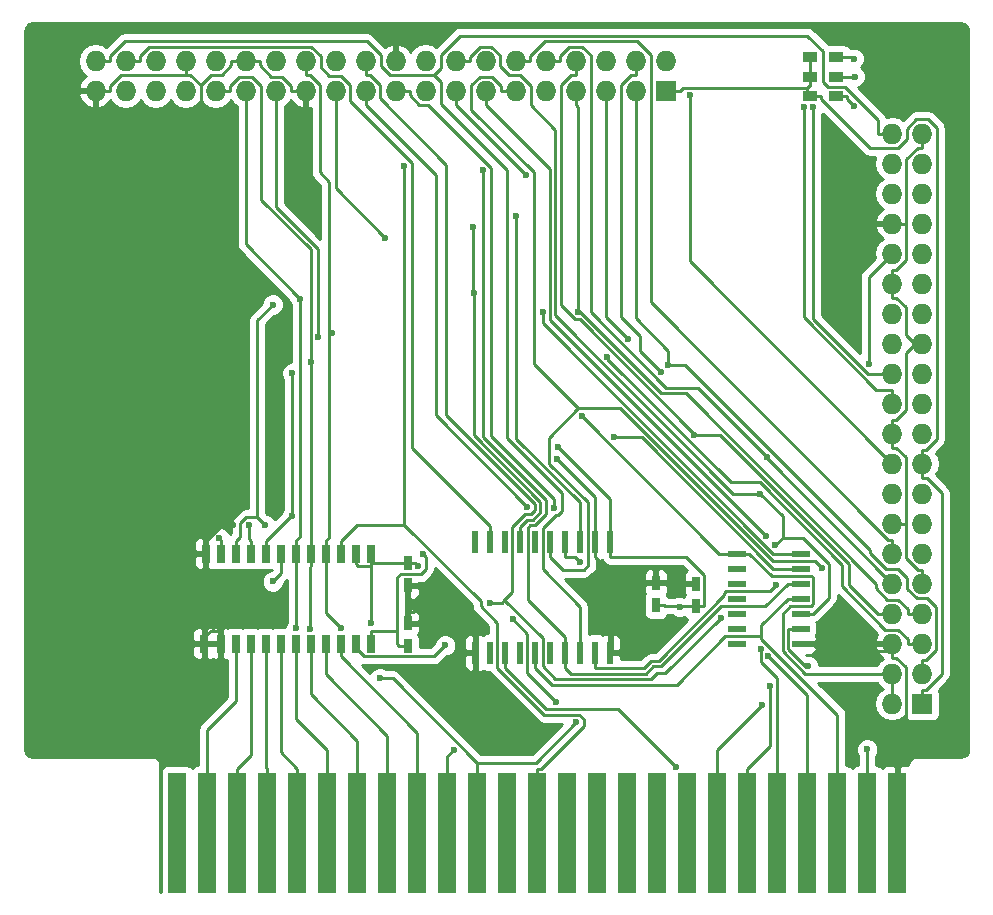
<source format=gbr>
G04 #@! TF.FileFunction,Copper,L2,Bot,Signal*
%FSLAX46Y46*%
G04 Gerber Fmt 4.6, Leading zero omitted, Abs format (unit mm)*
G04 Created by KiCad (PCBNEW 4.0.7) date 05/02/18 00:33:43*
%MOMM*%
%LPD*%
G01*
G04 APERTURE LIST*
%ADD10C,0.100000*%
%ADD11R,1.727200X1.727200*%
%ADD12O,1.727200X1.727200*%
%ADD13R,1.524000X10.160000*%
%ADD14R,1.200000X0.900000*%
%ADD15R,0.750000X1.200000*%
%ADD16R,0.600000X1.950000*%
%ADD17R,1.500000X0.600000*%
%ADD18R,0.762000X1.524000*%
%ADD19C,0.600000*%
%ADD20C,0.250000*%
%ADD21C,0.254000*%
G04 APERTURE END LIST*
D10*
D11*
X180784000Y-126873000D03*
D12*
X178244000Y-126873000D03*
X180784000Y-124333000D03*
X178244000Y-124333000D03*
X180784000Y-121793000D03*
X178244000Y-121793000D03*
X180784000Y-119253000D03*
X178244000Y-119253000D03*
X180784000Y-116713000D03*
X178244000Y-116713000D03*
X180784000Y-114173000D03*
X178244000Y-114173000D03*
X180784000Y-111633000D03*
X178244000Y-111633000D03*
X180784000Y-109093000D03*
X178244000Y-109093000D03*
X180784000Y-106553000D03*
X178244000Y-106553000D03*
X180784000Y-104013000D03*
X178244000Y-104013000D03*
X180784000Y-101473000D03*
X178244000Y-101473000D03*
X180784000Y-98933000D03*
X178244000Y-98933000D03*
X180784000Y-96393000D03*
X178244000Y-96393000D03*
X180784000Y-93853000D03*
X178244000Y-93853000D03*
X180784000Y-91313000D03*
X178244000Y-91313000D03*
X180784000Y-88773000D03*
X178244000Y-88773000D03*
X180784000Y-86233000D03*
X178244000Y-86233000D03*
X180784000Y-83693000D03*
X178244000Y-83693000D03*
X180784000Y-81153000D03*
X178244000Y-81153000D03*
X180784000Y-78613000D03*
X178244000Y-78613000D03*
D13*
X178689000Y-137795000D03*
X176149000Y-137795000D03*
X173609000Y-137795000D03*
X171069000Y-137795000D03*
X168529000Y-137795000D03*
X165989000Y-137795000D03*
X163449000Y-137795000D03*
X160909000Y-137795000D03*
X158369000Y-137795000D03*
X155829000Y-137795000D03*
X153289000Y-137795000D03*
X150749000Y-137795000D03*
X148209000Y-137795000D03*
X145669000Y-137795000D03*
X143129000Y-137795000D03*
X140589000Y-137795000D03*
X138049000Y-137795000D03*
X135509000Y-137795000D03*
X132969000Y-137795000D03*
X130429000Y-137795000D03*
X127889000Y-137795000D03*
X125349000Y-137795000D03*
X122809000Y-137795000D03*
X120269000Y-137795000D03*
X117729000Y-137795000D03*
D14*
X171302000Y-72136000D03*
X173502000Y-72136000D03*
X171302000Y-73787000D03*
X173502000Y-73787000D03*
X171302000Y-75438000D03*
X173502000Y-75438000D03*
D15*
X158242000Y-118554000D03*
X158242000Y-116654000D03*
X137236000Y-114950000D03*
X137236000Y-116850000D03*
X161608000Y-118616000D03*
X161608000Y-116716000D03*
X137236000Y-121956000D03*
X137236000Y-120056000D03*
D16*
X154369000Y-122555000D03*
X153099000Y-122555000D03*
X151829000Y-122555000D03*
X150559000Y-122555000D03*
X149289000Y-122555000D03*
X148019000Y-122555000D03*
X146749000Y-122555000D03*
X145479000Y-122555000D03*
X144209000Y-122555000D03*
X142939000Y-122555000D03*
X142939000Y-113155000D03*
X144209000Y-113155000D03*
X145479000Y-113155000D03*
X146749000Y-113155000D03*
X148019000Y-113155000D03*
X149289000Y-113155000D03*
X150559000Y-113155000D03*
X151829000Y-113155000D03*
X153099000Y-113155000D03*
X154369000Y-113155000D03*
D11*
X159068000Y-74993500D03*
D12*
X159068000Y-72453500D03*
X156528000Y-74993500D03*
X156528000Y-72453500D03*
X153988000Y-74993500D03*
X153988000Y-72453500D03*
X151448000Y-74993500D03*
X151448000Y-72453500D03*
X148908000Y-74993500D03*
X148908000Y-72453500D03*
X146368000Y-74993500D03*
X146368000Y-72453500D03*
X143828000Y-74993500D03*
X143828000Y-72453500D03*
X141288000Y-74993500D03*
X141288000Y-72453500D03*
X138748000Y-74993500D03*
X138748000Y-72453500D03*
X136208000Y-74993500D03*
X136208000Y-72453500D03*
X133668000Y-74993500D03*
X133668000Y-72453500D03*
X131128000Y-74993500D03*
X131128000Y-72453500D03*
X128588000Y-74993500D03*
X128588000Y-72453500D03*
X126048000Y-74993500D03*
X126048000Y-72453500D03*
X123508000Y-74993500D03*
X123508000Y-72453500D03*
X120968000Y-74993500D03*
X120968000Y-72453500D03*
X118428000Y-74993500D03*
X118428000Y-72453500D03*
X115888000Y-74993500D03*
X115888000Y-72453500D03*
X113348000Y-74993500D03*
X113348000Y-72453500D03*
X110808000Y-74993500D03*
X110808000Y-72453500D03*
D17*
X170500000Y-114173000D03*
X170500000Y-115443000D03*
X170500000Y-116713000D03*
X170500000Y-117983000D03*
X170500000Y-119253000D03*
X170500000Y-120523000D03*
X170500000Y-121793000D03*
X165100000Y-121793000D03*
X165100000Y-120523000D03*
X165100000Y-119253000D03*
X165100000Y-117983000D03*
X165100000Y-116713000D03*
X165100000Y-115443000D03*
X165100000Y-114173000D03*
D18*
X134112000Y-121792000D03*
X132842000Y-121792000D03*
X131572000Y-121792000D03*
X130302000Y-121792000D03*
X129032000Y-121792000D03*
X127762000Y-121792000D03*
X126492000Y-121792000D03*
X125222000Y-121792000D03*
X123952000Y-121792000D03*
X122682000Y-121792000D03*
X121412000Y-121792000D03*
X120015000Y-121792000D03*
X134112000Y-114172000D03*
X132842000Y-114172000D03*
X131572000Y-114172000D03*
X130302000Y-114172000D03*
X129032000Y-114172000D03*
X127762000Y-114172000D03*
X126492000Y-114172000D03*
X125222000Y-114172000D03*
X123952000Y-114172000D03*
X122682000Y-114172000D03*
X121412000Y-114172000D03*
X120142000Y-114172000D03*
D19*
X159294700Y-98187100D03*
X123814100Y-111722800D03*
X155870800Y-95982800D03*
X127478500Y-98904000D03*
X127478500Y-110954400D03*
X154150800Y-97550800D03*
X125812600Y-116532600D03*
X151662100Y-93678100D03*
X131572000Y-120487300D03*
X130835100Y-95534600D03*
X129678500Y-95804600D03*
X121290000Y-112876500D03*
X125193700Y-111792900D03*
X125820200Y-93085000D03*
X127803600Y-120500900D03*
X128149800Y-92606800D03*
X129032000Y-97984900D03*
X128961300Y-120519700D03*
X151969500Y-102509200D03*
X158717500Y-98825900D03*
X138531400Y-114237200D03*
X159917100Y-132201600D03*
X146180800Y-119750700D03*
X149826700Y-126733700D03*
X148652800Y-93720000D03*
X160394700Y-116667000D03*
X138083000Y-118706300D03*
X149880200Y-106143600D03*
X122406900Y-111747100D03*
X176149000Y-130759200D03*
X167776200Y-122862400D03*
X167150800Y-122260100D03*
X167895000Y-125414300D03*
X168408100Y-116834200D03*
X167245500Y-126972500D03*
X136960900Y-81341900D03*
X154697200Y-104328600D03*
X141147500Y-130781500D03*
X171167500Y-123684900D03*
X160255300Y-118679000D03*
X138134600Y-115212900D03*
X134112200Y-120079400D03*
X149962300Y-105161100D03*
X175012300Y-76274500D03*
X175089200Y-73787000D03*
X175034500Y-72267100D03*
X143600600Y-81719900D03*
X170774400Y-76390300D03*
X140415000Y-121937200D03*
X144240400Y-118337700D03*
X163734800Y-119599200D03*
X161504900Y-104154100D03*
X167623200Y-105982600D03*
X172290500Y-115361900D03*
X167548900Y-112651100D03*
X147291300Y-82153900D03*
X168357400Y-113475400D03*
X167093100Y-109093000D03*
X161111500Y-75385600D03*
X149614300Y-110270300D03*
X147377200Y-110224800D03*
X135353500Y-87422000D03*
X171586600Y-76401700D03*
X176267200Y-98119800D03*
X142872800Y-92080900D03*
X142766000Y-86556500D03*
X146437200Y-85600100D03*
X134877800Y-124714200D03*
X151865300Y-114926100D03*
X151522700Y-128456300D03*
D20*
X156528000Y-74993500D02*
X156528000Y-76182400D01*
X180784000Y-124333000D02*
X180784000Y-123144100D01*
X123952000Y-114172000D02*
X123952000Y-113084700D01*
X160713600Y-98187100D02*
X159294700Y-98187100D01*
X176391800Y-113865300D02*
X160713600Y-98187100D01*
X176391800Y-114112800D02*
X176391800Y-113865300D01*
X177722000Y-115443000D02*
X176391800Y-114112800D01*
X178727800Y-115443000D02*
X177722000Y-115443000D01*
X179514000Y-116229200D02*
X178727800Y-115443000D01*
X179514000Y-117129800D02*
X179514000Y-116229200D01*
X180334500Y-117950300D02*
X179514000Y-117129800D01*
X181204400Y-117950300D02*
X180334500Y-117950300D01*
X181972900Y-118718800D02*
X181204400Y-117950300D01*
X181972900Y-122326800D02*
X181972900Y-118718800D01*
X181155600Y-123144100D02*
X181972900Y-122326800D01*
X180784000Y-123144100D02*
X181155600Y-123144100D01*
X159294700Y-97015700D02*
X159294700Y-98187100D01*
X156528100Y-94249100D02*
X159294700Y-97015700D01*
X156528100Y-76182400D02*
X156528100Y-94249100D01*
X156528000Y-76182400D02*
X156528100Y-76182400D01*
X123814100Y-112946800D02*
X123814100Y-111722800D01*
X123952000Y-113084700D02*
X123814100Y-112946800D01*
X153988000Y-74993500D02*
X153988000Y-76182400D01*
X125222000Y-114172000D02*
X125222000Y-113084700D01*
X127478500Y-98904000D02*
X127478500Y-110954400D01*
X127352300Y-110954400D02*
X127478500Y-110954400D01*
X125222000Y-113084700D02*
X127352300Y-110954400D01*
X180784000Y-121793000D02*
X179595100Y-121793000D01*
X179595100Y-121421400D02*
X179595100Y-121793000D01*
X178777800Y-120604100D02*
X179595100Y-121421400D01*
X177667700Y-120604100D02*
X178777800Y-120604100D01*
X174021700Y-116958100D02*
X177667700Y-120604100D01*
X174021700Y-115105000D02*
X174021700Y-116958100D01*
X167049600Y-108132900D02*
X174021700Y-115105000D01*
X164586100Y-108132900D02*
X167049600Y-108132900D01*
X154150800Y-97697600D02*
X164586100Y-108132900D01*
X154150800Y-97550800D02*
X154150800Y-97697600D01*
X153988000Y-94100000D02*
X155870800Y-95982800D01*
X153988000Y-76182400D02*
X153988000Y-94100000D01*
X126492000Y-114172000D02*
X126492000Y-115259300D01*
X126492000Y-115853200D02*
X125812600Y-116532600D01*
X126492000Y-115259300D02*
X126492000Y-115853200D01*
X151448000Y-74993500D02*
X151448000Y-76182400D01*
X180784000Y-119253000D02*
X179595100Y-119253000D01*
X151662100Y-76396500D02*
X151448000Y-76182400D01*
X151662100Y-93678100D02*
X151662100Y-76396500D01*
X179595100Y-118881400D02*
X179595100Y-119253000D01*
X178777800Y-118064100D02*
X179595100Y-118881400D01*
X177857200Y-118064100D02*
X178777800Y-118064100D01*
X176902000Y-117108900D02*
X177857200Y-118064100D01*
X176902000Y-116711500D02*
X176902000Y-117108900D01*
X160781600Y-100591100D02*
X176902000Y-116711500D01*
X158712500Y-100591100D02*
X160781600Y-100591100D01*
X151799500Y-93678100D02*
X158712500Y-100591100D01*
X151662100Y-93678100D02*
X151799500Y-93678100D01*
X130302000Y-119217300D02*
X130302000Y-114172000D01*
X131572000Y-120487300D02*
X130302000Y-119217300D01*
X130302000Y-114172000D02*
X130302000Y-113084700D01*
X128588000Y-72453500D02*
X128588000Y-73642400D01*
X130614800Y-112771900D02*
X130614800Y-95534600D01*
X130302000Y-113084700D02*
X130614800Y-112771900D01*
X128959600Y-73642400D02*
X128588000Y-73642400D01*
X129776900Y-74459700D02*
X128959600Y-73642400D01*
X129776900Y-81858200D02*
X129776900Y-74459700D01*
X130614800Y-82696100D02*
X129776900Y-81858200D01*
X130614800Y-95534600D02*
X130614800Y-82696100D01*
X130614800Y-95534600D02*
X130835100Y-95534600D01*
X126048000Y-74993500D02*
X126048000Y-76182400D01*
X121412000Y-114172000D02*
X121412000Y-113084700D01*
X121412000Y-112998500D02*
X121290000Y-112876500D01*
X121412000Y-113084700D02*
X121412000Y-112998500D01*
X129678500Y-88418200D02*
X129678500Y-95804600D01*
X126048000Y-84787700D02*
X129678500Y-88418200D01*
X126048000Y-76182400D02*
X126048000Y-84787700D01*
X122682000Y-114172000D02*
X122682000Y-113084700D01*
X124483700Y-94421500D02*
X125820200Y-93085000D01*
X124483700Y-111082900D02*
X124483700Y-94421500D01*
X123557300Y-111082900D02*
X124483700Y-111082900D01*
X123034100Y-111606100D02*
X123557300Y-111082900D01*
X123034100Y-112732600D02*
X123034100Y-111606100D01*
X122682000Y-113084700D02*
X123034100Y-112732600D01*
X124483700Y-111082900D02*
X125193700Y-111792900D01*
X127803600Y-115300900D02*
X127803600Y-120500900D01*
X127762000Y-115259300D02*
X127803600Y-115300900D01*
X127762000Y-114715600D02*
X127762000Y-115259300D01*
X127762000Y-114715600D02*
X127762000Y-114172000D01*
X127762000Y-114172000D02*
X127762000Y-113084700D01*
X128149800Y-112696900D02*
X128149800Y-92606800D01*
X127762000Y-113084700D02*
X128149800Y-112696900D01*
X123508000Y-87965000D02*
X123508000Y-74993500D01*
X128149800Y-92606800D02*
X123508000Y-87965000D01*
X129032000Y-114172000D02*
X129032000Y-115259300D01*
X129032000Y-114172000D02*
X129032000Y-97984900D01*
X120968000Y-74993500D02*
X122156900Y-74993500D01*
X128961300Y-115330000D02*
X128961300Y-120519700D01*
X129032000Y-115259300D02*
X128961300Y-115330000D01*
X122156900Y-74621900D02*
X122156900Y-74993500D01*
X122974200Y-73804600D02*
X122156900Y-74621900D01*
X124057200Y-73804600D02*
X122974200Y-73804600D01*
X124832600Y-74580000D02*
X124057200Y-73804600D01*
X124832600Y-84209300D02*
X124832600Y-74580000D01*
X129032000Y-88408700D02*
X124832600Y-84209300D01*
X129032000Y-97984900D02*
X129032000Y-88408700D01*
X178244000Y-124333000D02*
X178244000Y-126873000D01*
X165100000Y-114173000D02*
X166175300Y-114173000D01*
X170882100Y-124333000D02*
X178244000Y-124333000D01*
X168974400Y-122425300D02*
X170882100Y-124333000D01*
X168974400Y-119249200D02*
X168974400Y-122425300D01*
X169615200Y-118608400D02*
X168974400Y-119249200D01*
X171384700Y-118608400D02*
X169615200Y-118608400D01*
X171575400Y-118417700D02*
X171384700Y-118608400D01*
X171575400Y-116231100D02*
X171575400Y-118417700D01*
X171431900Y-116087600D02*
X171575400Y-116231100D01*
X168089900Y-116087600D02*
X171431900Y-116087600D01*
X166175300Y-114173000D02*
X168089900Y-116087600D01*
X163633300Y-114173000D02*
X165100000Y-114173000D01*
X151969500Y-102509200D02*
X163633300Y-114173000D01*
X156528000Y-72453500D02*
X156528000Y-73642400D01*
X137236000Y-121956000D02*
X136535700Y-121956000D01*
X134112000Y-121792000D02*
X134112000Y-120704700D01*
X134112000Y-120704700D02*
X136371700Y-120704700D01*
X136371700Y-121792000D02*
X136535700Y-121956000D01*
X136371700Y-120704700D02*
X136371700Y-121792000D01*
X138784000Y-114489800D02*
X138531400Y-114237200D01*
X138784000Y-115469400D02*
X138784000Y-114489800D01*
X138328800Y-115924600D02*
X138784000Y-115469400D01*
X136638500Y-115924600D02*
X138328800Y-115924600D01*
X136371700Y-116191400D02*
X136638500Y-115924600D01*
X136371700Y-120704700D02*
X136371700Y-116191400D01*
X156929500Y-97037900D02*
X158717500Y-98825900D01*
X156929500Y-95765400D02*
X156929500Y-97037900D01*
X155339100Y-94175000D02*
X156929500Y-95765400D01*
X155339100Y-74459700D02*
X155339100Y-94175000D01*
X156156400Y-73642400D02*
X155339100Y-74459700D01*
X156528000Y-73642400D02*
X156156400Y-73642400D01*
X145479000Y-122555000D02*
X145479000Y-123855300D01*
X155074500Y-127359000D02*
X159917100Y-132201600D01*
X148982700Y-127359000D02*
X155074500Y-127359000D01*
X145479000Y-123855300D02*
X148982700Y-127359000D01*
X147374400Y-124281400D02*
X149826700Y-126733700D01*
X147374400Y-120944300D02*
X147374400Y-124281400D01*
X146180800Y-119750700D02*
X147374400Y-120944300D01*
X148652800Y-94657100D02*
X148652800Y-93720000D01*
X168168700Y-114173000D02*
X148652800Y-94657100D01*
X170500000Y-114173000D02*
X168168700Y-114173000D01*
X120015000Y-121792000D02*
X120015000Y-121248300D01*
X120015000Y-121248300D02*
X120015000Y-120704700D01*
X120558600Y-120704700D02*
X121412000Y-120704700D01*
X120015000Y-121248300D02*
X120558600Y-120704700D01*
X121412000Y-121792000D02*
X121412000Y-120704700D01*
X180784000Y-78613000D02*
X180784000Y-79801900D01*
X180784000Y-116713000D02*
X180784000Y-115524100D01*
X158242000Y-116654000D02*
X158942300Y-116654000D01*
X178244000Y-86233000D02*
X179432900Y-86233000D01*
X178244000Y-91313000D02*
X178244000Y-92501900D01*
X161608000Y-116716000D02*
X160907700Y-116716000D01*
X179432900Y-80781400D02*
X179432900Y-86233000D01*
X180412400Y-79801900D02*
X179432900Y-80781400D01*
X180784000Y-79801900D02*
X180412400Y-79801900D01*
X178615600Y-90124100D02*
X178244000Y-90124100D01*
X179432900Y-89306800D02*
X178615600Y-90124100D01*
X179432900Y-86233000D02*
X179432900Y-89306800D01*
X178244000Y-91313000D02*
X178244000Y-90124100D01*
X178244000Y-104013000D02*
X178244000Y-102824100D01*
X178615600Y-102824100D02*
X178244000Y-102824100D01*
X179432900Y-102006800D02*
X178615600Y-102824100D01*
X179432900Y-97155600D02*
X179432900Y-102006800D01*
X180195500Y-96393000D02*
X179432900Y-97155600D01*
X180784000Y-96393000D02*
X180195500Y-96393000D01*
X178615600Y-92501900D02*
X178244000Y-92501900D01*
X179432900Y-93319200D02*
X178615600Y-92501900D01*
X179432900Y-95630400D02*
X179432900Y-93319200D01*
X180195500Y-96393000D02*
X179432900Y-95630400D01*
X160381700Y-116654000D02*
X158942300Y-116654000D01*
X160394700Y-116667000D02*
X160381700Y-116654000D01*
X160858700Y-116667000D02*
X160394700Y-116667000D01*
X160907700Y-116716000D02*
X160858700Y-116667000D01*
X178244000Y-104013000D02*
X178244000Y-105201900D01*
X178244000Y-111633000D02*
X179432900Y-111633000D01*
X179432900Y-106019200D02*
X179432900Y-111633000D01*
X178615600Y-105201900D02*
X179432900Y-106019200D01*
X178244000Y-105201900D02*
X178615600Y-105201900D01*
X180412400Y-115524100D02*
X180784000Y-115524100D01*
X179432900Y-114544600D02*
X180412400Y-115524100D01*
X179432900Y-111633000D02*
X179432900Y-114544600D01*
X178615600Y-122981900D02*
X178244000Y-122981900D01*
X179432900Y-123799200D02*
X178615600Y-122981900D01*
X179432900Y-131645800D02*
X179432900Y-123799200D01*
X178689000Y-132389700D02*
X179432900Y-131645800D01*
X178689000Y-137795000D02*
X178689000Y-132389700D01*
X178244000Y-121793000D02*
X178244000Y-122387400D01*
X178244000Y-122387400D02*
X178244000Y-122981900D01*
X172169700Y-122387400D02*
X171575300Y-121793000D01*
X178244000Y-122387400D02*
X172169700Y-122387400D01*
X170500000Y-121793000D02*
X171575300Y-121793000D01*
X137236000Y-120056000D02*
X137236000Y-119130700D01*
X137658600Y-119130700D02*
X137236000Y-119130700D01*
X138083000Y-118706300D02*
X137658600Y-119130700D01*
X142939000Y-122555000D02*
X142939000Y-121254700D01*
X137236000Y-116850000D02*
X137236000Y-117775300D01*
X138125000Y-118664300D02*
X137236000Y-117775300D01*
X140348600Y-118664300D02*
X138125000Y-118664300D01*
X142939000Y-121254700D02*
X140348600Y-118664300D01*
X138125000Y-118664300D02*
X138083000Y-118706300D01*
X154369000Y-122555000D02*
X154369000Y-121575400D01*
X153099000Y-113155000D02*
X153099000Y-114455300D01*
X158242000Y-116654000D02*
X157541700Y-116654000D01*
X154369000Y-116654000D02*
X157541700Y-116654000D01*
X154369000Y-115725300D02*
X154369000Y-116654000D01*
X153099000Y-114455300D02*
X154369000Y-115725300D01*
X154369000Y-116654000D02*
X154369000Y-121575400D01*
X127399100Y-74621900D02*
X127399100Y-74993500D01*
X126581800Y-73804600D02*
X127399100Y-74621900D01*
X125676400Y-73804600D02*
X126581800Y-73804600D01*
X124696900Y-72825100D02*
X125676400Y-73804600D01*
X124696900Y-72453500D02*
X124696900Y-72825100D01*
X123508000Y-72453500D02*
X124696900Y-72453500D01*
X128588000Y-74993500D02*
X127399100Y-74993500D01*
X118428000Y-72453500D02*
X118428000Y-73642400D01*
X112976500Y-73642400D02*
X118428000Y-73642400D01*
X111996900Y-74622000D02*
X112976500Y-73642400D01*
X111996900Y-74993500D02*
X111996900Y-74622000D01*
X110808000Y-74993500D02*
X111996900Y-74993500D01*
X153099000Y-109362400D02*
X153099000Y-113155000D01*
X149880200Y-106143600D02*
X153099000Y-109362400D01*
X120142000Y-120577700D02*
X120142000Y-114172000D01*
X120015000Y-120704700D02*
X120142000Y-120577700D01*
X120142000Y-114172000D02*
X120142000Y-113084700D01*
X120142000Y-113084700D02*
X121479600Y-111747100D01*
X121479600Y-111747100D02*
X122406900Y-111747100D01*
X123508000Y-72453500D02*
X122319100Y-72453500D01*
X122319100Y-72825100D02*
X122319100Y-72453500D01*
X121501800Y-73642400D02*
X122319100Y-72825100D01*
X120552400Y-73642400D02*
X121501800Y-73642400D01*
X119698000Y-74496800D02*
X120552400Y-73642400D01*
X119698000Y-109965500D02*
X119698000Y-74496800D01*
X121479600Y-111747100D02*
X119698000Y-109965500D01*
X118843600Y-73642400D02*
X118428000Y-73642400D01*
X119698000Y-74496800D02*
X118843600Y-73642400D01*
X176149000Y-130759200D02*
X176149000Y-137795000D01*
X171069000Y-126155200D02*
X167776200Y-122862400D01*
X171069000Y-137795000D02*
X171069000Y-126155200D01*
X168529000Y-137795000D02*
X168529000Y-132389700D01*
X168529000Y-124716100D02*
X168529000Y-132389700D01*
X167150800Y-123337900D02*
X168529000Y-124716100D01*
X167150800Y-122260100D02*
X167150800Y-123337900D01*
X165989000Y-137795000D02*
X165989000Y-132389700D01*
X153099000Y-122555000D02*
X153099000Y-123855300D01*
X167895000Y-130483700D02*
X167895000Y-125414300D01*
X165989000Y-132389700D02*
X167895000Y-130483700D01*
X157236300Y-123855300D02*
X153099000Y-123855300D01*
X157837300Y-123254300D02*
X157236300Y-123855300D01*
X158474200Y-123254300D02*
X157837300Y-123254300D01*
X164024700Y-117703800D02*
X158474200Y-123254300D01*
X164024700Y-117548200D02*
X164024700Y-117703800D01*
X164215300Y-117357600D02*
X164024700Y-117548200D01*
X167884700Y-117357600D02*
X164215300Y-117357600D01*
X168408100Y-116834200D02*
X167884700Y-117357600D01*
X163449000Y-130769000D02*
X167245500Y-126972500D01*
X163449000Y-137795000D02*
X163449000Y-130769000D01*
X131572000Y-114172000D02*
X131572000Y-113084700D01*
X148209000Y-137795000D02*
X148209000Y-132389700D01*
X136960900Y-111735800D02*
X136960900Y-81341900D01*
X132920900Y-111735800D02*
X131572000Y-113084700D01*
X136960900Y-111735800D02*
X132920900Y-111735800D01*
X143419700Y-118194600D02*
X136960900Y-111735800D01*
X143419700Y-118596600D02*
X143419700Y-118194600D01*
X144834300Y-120011200D02*
X143419700Y-118596600D01*
X144834300Y-123858400D02*
X144834300Y-120011200D01*
X148806900Y-127831000D02*
X144834300Y-123858400D01*
X151781800Y-127831000D02*
X148806900Y-127831000D01*
X152154600Y-128203800D02*
X151781800Y-127831000D01*
X152154600Y-128751800D02*
X152154600Y-128203800D01*
X148516700Y-132389700D02*
X152154600Y-128751800D01*
X148209000Y-132389700D02*
X148516700Y-132389700D01*
X140589000Y-131340000D02*
X141147500Y-130781500D01*
X140589000Y-137795000D02*
X140589000Y-131340000D01*
X157045900Y-104328600D02*
X154697200Y-104328600D01*
X168160300Y-115443000D02*
X157045900Y-104328600D01*
X170500000Y-115443000D02*
X168160300Y-115443000D01*
X131572000Y-121792000D02*
X131572000Y-122879300D01*
X138049000Y-129356300D02*
X138049000Y-137795000D01*
X131572000Y-122879300D02*
X138049000Y-129356300D01*
X135509000Y-129581900D02*
X135509000Y-137795000D01*
X130302000Y-124374900D02*
X135509000Y-129581900D01*
X130302000Y-121792000D02*
X130302000Y-124374900D01*
X132969000Y-130026200D02*
X132969000Y-137795000D01*
X129032000Y-126089200D02*
X132969000Y-130026200D01*
X129032000Y-121792000D02*
X129032000Y-126089200D01*
X130429000Y-130823300D02*
X130429000Y-137795000D01*
X127762000Y-128156300D02*
X130429000Y-130823300D01*
X127762000Y-121792000D02*
X127762000Y-128156300D01*
X126492000Y-130992700D02*
X127889000Y-132389700D01*
X126492000Y-121792000D02*
X126492000Y-130992700D01*
X127889000Y-137795000D02*
X127889000Y-132389700D01*
X125222000Y-132262700D02*
X125349000Y-132389700D01*
X125222000Y-121792000D02*
X125222000Y-132262700D01*
X125349000Y-137795000D02*
X125349000Y-132389700D01*
X123952000Y-131246700D02*
X122809000Y-132389700D01*
X123952000Y-121792000D02*
X123952000Y-131246700D01*
X122809000Y-137795000D02*
X122809000Y-132389700D01*
X120269000Y-129080300D02*
X120269000Y-137795000D01*
X122682000Y-126667300D02*
X120269000Y-129080300D01*
X122682000Y-121792000D02*
X122682000Y-126667300D01*
X170500000Y-120523000D02*
X169424700Y-120523000D01*
X170870900Y-123684900D02*
X171167500Y-123684900D01*
X169424700Y-122238700D02*
X170870900Y-123684900D01*
X169424700Y-120523000D02*
X169424700Y-122238700D01*
X148019000Y-122555000D02*
X148019000Y-123855300D01*
X167170400Y-120237300D02*
X167170400Y-121167600D01*
X169424700Y-117983000D02*
X167170400Y-120237300D01*
X173609000Y-127809900D02*
X173609000Y-137795000D01*
X167170400Y-121371300D02*
X173609000Y-127809900D01*
X167170400Y-121167600D02*
X167170400Y-121371300D01*
X170500000Y-117983000D02*
X169424700Y-117983000D01*
X164127800Y-121167600D02*
X167170400Y-121167600D01*
X160038800Y-125256600D02*
X164127800Y-121167600D01*
X149420300Y-125256600D02*
X160038800Y-125256600D01*
X148019000Y-123855300D02*
X149420300Y-125256600D01*
X132842000Y-114172000D02*
X132842000Y-115062000D01*
X133045200Y-115265200D02*
X134112200Y-115265200D01*
X132842000Y-115062000D02*
X133045200Y-115265200D01*
X134112200Y-115265200D02*
X134010400Y-115265200D01*
X134010400Y-115265200D02*
X134112200Y-115265200D01*
X158242000Y-118554000D02*
X158942300Y-118554000D01*
X180784000Y-126873000D02*
X180784000Y-125684100D01*
X171302000Y-73787000D02*
X171302000Y-72136000D01*
X181155500Y-125684100D02*
X180784000Y-125684100D01*
X182473900Y-124365700D02*
X181155500Y-125684100D01*
X182473900Y-109048200D02*
X182473900Y-124365700D01*
X181167600Y-107741900D02*
X182473900Y-109048200D01*
X180784000Y-107741900D02*
X181167600Y-107741900D01*
X180784000Y-106802500D02*
X180784000Y-107741900D01*
X159068000Y-74993500D02*
X160256900Y-74993500D01*
X171213300Y-74562300D02*
X171302000Y-74562300D01*
X171046100Y-74729500D02*
X171213300Y-74562300D01*
X171046100Y-75182100D02*
X171046100Y-74729500D01*
X171302000Y-75438000D02*
X171046100Y-75182100D01*
X160520900Y-74729500D02*
X160256900Y-74993500D01*
X171046100Y-74729500D02*
X160520900Y-74729500D01*
X171302000Y-73787000D02*
X171302000Y-74562300D01*
X180784000Y-106802500D02*
X180784000Y-106553000D01*
X180784000Y-106553000D02*
X180784000Y-105364100D01*
X160255300Y-118616000D02*
X160255300Y-118679000D01*
X161608000Y-118616000D02*
X160255300Y-118616000D01*
X159004300Y-118616000D02*
X158942300Y-118554000D01*
X160255300Y-118616000D02*
X159004300Y-118616000D01*
X137236000Y-114950000D02*
X137936300Y-114950000D01*
X172227300Y-75678200D02*
X172227300Y-75438000D01*
X176357000Y-79807900D02*
X172227300Y-75678200D01*
X178735900Y-79807900D02*
X176357000Y-79807900D01*
X179481300Y-79062500D02*
X178735900Y-79807900D01*
X179481300Y-78233700D02*
X179481300Y-79062500D01*
X180306400Y-77408600D02*
X179481300Y-78233700D01*
X181306700Y-77408600D02*
X180306400Y-77408600D01*
X182017800Y-78119700D02*
X181306700Y-77408600D01*
X182017800Y-104501800D02*
X182017800Y-78119700D01*
X181155500Y-105364100D02*
X182017800Y-104501800D01*
X180784000Y-105364100D02*
X181155500Y-105364100D01*
X171302000Y-75438000D02*
X172227300Y-75438000D01*
X134112000Y-114172000D02*
X134112000Y-114715600D01*
X137236000Y-114950000D02*
X136535700Y-114950000D01*
X134112200Y-114950000D02*
X136535700Y-114950000D01*
X134112200Y-120079400D02*
X134112200Y-115265200D01*
X134112200Y-115265200D02*
X134112200Y-114950000D01*
X134112200Y-114715800D02*
X134112000Y-114715600D01*
X134112200Y-114950000D02*
X134112200Y-114715800D01*
X137936300Y-115014600D02*
X138134600Y-115212900D01*
X137936300Y-114950000D02*
X137936300Y-115014600D01*
X161608000Y-118616000D02*
X162308300Y-118616000D01*
X162308300Y-115979200D02*
X162308300Y-118616000D01*
X160784400Y-114455300D02*
X162308300Y-115979200D01*
X154369000Y-114455300D02*
X160784400Y-114455300D01*
X154369000Y-113155000D02*
X154369000Y-114455300D01*
X154369000Y-109567800D02*
X154369000Y-113155000D01*
X149962300Y-105161100D02*
X154369000Y-109567800D01*
X173502000Y-75438000D02*
X174427300Y-75438000D01*
X174427300Y-75689500D02*
X175012300Y-76274500D01*
X174427300Y-75438000D02*
X174427300Y-75689500D01*
X173502000Y-73787000D02*
X175089200Y-73787000D01*
X174903400Y-72136000D02*
X175034500Y-72267100D01*
X173502000Y-72136000D02*
X174903400Y-72136000D01*
X150559000Y-121904800D02*
X150559000Y-121254700D01*
X150559000Y-121904800D02*
X150559000Y-122555000D01*
X150559000Y-122555000D02*
X150559000Y-123855300D01*
X170500000Y-116713000D02*
X169424700Y-116713000D01*
X151035400Y-124331700D02*
X150559000Y-123855300D01*
X157396900Y-124331700D02*
X151035400Y-124331700D01*
X158024000Y-123704600D02*
X157396900Y-124331700D01*
X158660800Y-123704600D02*
X158024000Y-123704600D01*
X163737700Y-118627700D02*
X158660800Y-123704600D01*
X167510000Y-118627700D02*
X163737700Y-118627700D01*
X169424700Y-116713000D02*
X167510000Y-118627700D01*
X143600600Y-104261100D02*
X143600600Y-81719900D01*
X148946500Y-109607000D02*
X143600600Y-104261100D01*
X148946500Y-110813700D02*
X148946500Y-109607000D01*
X148009500Y-111750700D02*
X148946500Y-110813700D01*
X147628900Y-111750700D02*
X148009500Y-111750700D01*
X147393600Y-111986000D02*
X147628900Y-111750700D01*
X147393600Y-118089300D02*
X147393600Y-111986000D01*
X150559000Y-121254700D02*
X147393600Y-118089300D01*
X178244000Y-101473000D02*
X178244000Y-100284100D01*
X133668000Y-72453500D02*
X133668000Y-73642400D01*
X176910300Y-100284100D02*
X178244000Y-100284100D01*
X170774400Y-94148200D02*
X176910300Y-100284100D01*
X170774400Y-76390300D02*
X170774400Y-94148200D01*
X139470800Y-122881400D02*
X140415000Y-121937200D01*
X133562300Y-122881400D02*
X139470800Y-122881400D01*
X132842000Y-122161100D02*
X133562300Y-122881400D01*
X132842000Y-121792000D02*
X132842000Y-122161100D01*
X159047100Y-124286900D02*
X163734800Y-119599200D01*
X158303500Y-124286900D02*
X159047100Y-124286900D01*
X157808300Y-124782100D02*
X158303500Y-124286900D01*
X149711800Y-124782100D02*
X157808300Y-124782100D01*
X148656000Y-123726300D02*
X149711800Y-124782100D01*
X148656000Y-121339700D02*
X148656000Y-123726300D01*
X145428900Y-118112500D02*
X148656000Y-121339700D01*
X145203700Y-118337700D02*
X144240400Y-118337700D01*
X145428900Y-118112500D02*
X145203700Y-118337700D01*
X134039600Y-73642400D02*
X133668000Y-73642400D01*
X134856900Y-74459700D02*
X134039600Y-73642400D01*
X134856900Y-75617400D02*
X134856900Y-74459700D01*
X140507200Y-81267700D02*
X134856900Y-75617400D01*
X140507200Y-102441600D02*
X140507200Y-81267700D01*
X148002500Y-109936900D02*
X140507200Y-102441600D01*
X148002500Y-110483900D02*
X148002500Y-109936900D01*
X147636300Y-110850100D02*
X148002500Y-110483900D01*
X147176200Y-110850100D02*
X147636300Y-110850100D01*
X146104400Y-111921900D02*
X147176200Y-110850100D01*
X146104400Y-117437000D02*
X146104400Y-111921900D01*
X145428900Y-118112500D02*
X146104400Y-117437000D01*
X151448000Y-72453500D02*
X151448000Y-73642400D01*
X178244000Y-119253000D02*
X177055100Y-119253000D01*
X161504900Y-104020500D02*
X161504900Y-104154100D01*
X151787800Y-94303400D02*
X161504900Y-104020500D01*
X151403100Y-94303400D02*
X151787800Y-94303400D01*
X150244100Y-93144400D02*
X151403100Y-94303400D01*
X150244100Y-74474800D02*
X150244100Y-93144400D01*
X151076500Y-73642400D02*
X150244100Y-74474800D01*
X151448000Y-73642400D02*
X151076500Y-73642400D01*
X174631300Y-116829200D02*
X177055100Y-119253000D01*
X174631300Y-115077700D02*
X174631300Y-116829200D01*
X163707700Y-104154100D02*
X174631300Y-115077700D01*
X161504900Y-104154100D02*
X163707700Y-104154100D01*
X148908000Y-72453500D02*
X150096900Y-72453500D01*
X167623200Y-106092200D02*
X167623200Y-105982600D01*
X178244000Y-116713000D02*
X167623200Y-106092200D01*
X150096900Y-72081900D02*
X150096900Y-72453500D01*
X150914200Y-71264600D02*
X150096900Y-72081900D01*
X152004600Y-71264600D02*
X150914200Y-71264600D01*
X152718000Y-71978000D02*
X152004600Y-71264600D01*
X152718000Y-93741800D02*
X152718000Y-71978000D01*
X159116900Y-100140700D02*
X152718000Y-93741800D01*
X161781300Y-100140700D02*
X159116900Y-100140700D01*
X167623200Y-105982600D02*
X161781300Y-100140700D01*
X146368000Y-74993500D02*
X145179100Y-74993500D01*
X149289000Y-113155000D02*
X149289000Y-114455300D01*
X171727000Y-114798400D02*
X172290500Y-115361900D01*
X168152600Y-114798400D02*
X171727000Y-114798400D01*
X155235700Y-101881500D02*
X168152600Y-114798400D01*
X151671600Y-101881500D02*
X155235700Y-101881500D01*
X150393300Y-115559600D02*
X149289000Y-114455300D01*
X152149300Y-115559600D02*
X150393300Y-115559600D01*
X152535800Y-115173100D02*
X152149300Y-115559600D01*
X152535800Y-114712200D02*
X152535800Y-115173100D01*
X152473600Y-114650000D02*
X152535800Y-114712200D01*
X152473600Y-109834600D02*
X152473600Y-114650000D01*
X149199500Y-106560500D02*
X152473600Y-109834600D01*
X149199500Y-104353600D02*
X149199500Y-106560500D01*
X151671600Y-101881500D02*
X149199500Y-104353600D01*
X145179100Y-74621900D02*
X145179100Y-74993500D01*
X144361800Y-73804600D02*
X145179100Y-74621900D01*
X143335500Y-73804600D02*
X144361800Y-73804600D01*
X142639100Y-74501000D02*
X143335500Y-73804600D01*
X142639100Y-76617400D02*
X142639100Y-74501000D01*
X142639200Y-76617400D02*
X142639100Y-76617400D01*
X147916600Y-81894800D02*
X142639200Y-76617400D01*
X147916600Y-98126500D02*
X147916600Y-81894800D01*
X151671600Y-101881500D02*
X147916600Y-98126500D01*
X147556900Y-72084000D02*
X147556900Y-72453500D01*
X148829200Y-70811700D02*
X147556900Y-72084000D01*
X156639600Y-70811700D02*
X148829200Y-70811700D01*
X157798000Y-71970100D02*
X156639600Y-70811700D01*
X157798000Y-92909600D02*
X157798000Y-71970100D01*
X177872500Y-112984100D02*
X157798000Y-92909600D01*
X178244000Y-112984100D02*
X177872500Y-112984100D01*
X178244000Y-114173000D02*
X178244000Y-112984100D01*
X146368000Y-72453500D02*
X147556900Y-72453500D01*
X143828000Y-74993500D02*
X143828000Y-76182400D01*
X149278100Y-94380300D02*
X167548900Y-112651100D01*
X149278100Y-81632500D02*
X149278100Y-94380300D01*
X143828000Y-76182400D02*
X149278100Y-81632500D01*
X141319800Y-76182400D02*
X147291300Y-82153900D01*
X141288000Y-76182400D02*
X141319800Y-76182400D01*
X141288000Y-74993500D02*
X141288000Y-76182400D01*
X170500000Y-119253000D02*
X171575300Y-119253000D01*
X170673000Y-112832900D02*
X168999900Y-112832900D01*
X172919500Y-115079400D02*
X170673000Y-112832900D01*
X172919500Y-117908800D02*
X172919500Y-115079400D01*
X171575300Y-119253000D02*
X172919500Y-117908800D01*
X141288000Y-72453500D02*
X142476900Y-72453500D01*
X168999900Y-112832900D02*
X168357400Y-113475400D01*
X168999900Y-110999800D02*
X167093100Y-109093000D01*
X168999900Y-112832900D02*
X168999900Y-110999800D01*
X164808700Y-109093000D02*
X167093100Y-109093000D01*
X149728500Y-94012800D02*
X164808700Y-109093000D01*
X149728500Y-78272900D02*
X149728500Y-94012800D01*
X147638000Y-76182400D02*
X149728500Y-78272900D01*
X147638000Y-74560200D02*
X147638000Y-76182400D01*
X146720200Y-73642400D02*
X147638000Y-74560200D01*
X145786000Y-73642400D02*
X146720200Y-73642400D01*
X145016900Y-72873300D02*
X145786000Y-73642400D01*
X145016900Y-71961000D02*
X145016900Y-72873300D01*
X144320500Y-71264600D02*
X145016900Y-71961000D01*
X143335500Y-71264600D02*
X144320500Y-71264600D01*
X142476900Y-72123200D02*
X143335500Y-71264600D01*
X142476900Y-72453500D02*
X142476900Y-72123200D01*
X161111500Y-89420500D02*
X161111500Y-75385600D01*
X178244000Y-106553000D02*
X161111500Y-89420500D01*
X137396900Y-75365100D02*
X137396900Y-74993500D01*
X138214200Y-76182400D02*
X137396900Y-75365100D01*
X138953600Y-76182400D02*
X138214200Y-76182400D01*
X144283700Y-81512500D02*
X138953600Y-76182400D01*
X144283700Y-104214200D02*
X144283700Y-81512500D01*
X149614300Y-109544800D02*
X144283700Y-104214200D01*
X149614300Y-110270300D02*
X149614300Y-109544800D01*
X136208000Y-74993500D02*
X137396900Y-74993500D01*
X133668000Y-74993500D02*
X133668000Y-76182400D01*
X139609800Y-102457400D02*
X147377200Y-110224800D01*
X139609800Y-82124200D02*
X139609800Y-102457400D01*
X133668000Y-76182400D02*
X139609800Y-82124200D01*
X131128000Y-83196500D02*
X135353500Y-87422000D01*
X131128000Y-74993500D02*
X131128000Y-83196500D01*
X171586600Y-94323500D02*
X171586600Y-76401700D01*
X176196100Y-98933000D02*
X171586600Y-94323500D01*
X178244000Y-98933000D02*
X176196100Y-98933000D01*
X176267200Y-90749800D02*
X178244000Y-88773000D01*
X176267200Y-98119800D02*
X176267200Y-90749800D01*
X142766000Y-91974100D02*
X142766000Y-86556500D01*
X142872800Y-92080900D02*
X142766000Y-91974100D01*
X142872800Y-104170300D02*
X142872800Y-92080900D01*
X148474800Y-109772300D02*
X142872800Y-104170300D01*
X148474800Y-110648500D02*
X148474800Y-109772300D01*
X147822900Y-111300400D02*
X148474800Y-110648500D01*
X147362800Y-111300400D02*
X147822900Y-111300400D01*
X146749000Y-111914200D02*
X147362800Y-111300400D01*
X146749000Y-113155000D02*
X146749000Y-111914200D01*
X151829000Y-113155000D02*
X151829000Y-111854700D01*
X151829000Y-109827100D02*
X151829000Y-111854700D01*
X146437200Y-104435300D02*
X151829000Y-109827100D01*
X146437200Y-85600100D02*
X146437200Y-104435300D01*
X144209000Y-113155000D02*
X144209000Y-111854700D01*
X113348000Y-72453500D02*
X114536900Y-72453500D01*
X114536900Y-72082000D02*
X114536900Y-72453500D01*
X115362900Y-71256000D02*
X114536900Y-72082000D01*
X129088900Y-71256000D02*
X115362900Y-71256000D01*
X129858000Y-72025100D02*
X129088900Y-71256000D01*
X129858000Y-72967100D02*
X129858000Y-72025100D01*
X130614400Y-73723500D02*
X129858000Y-72967100D01*
X131561300Y-73723500D02*
X130614400Y-73723500D01*
X132317000Y-74479200D02*
X131561300Y-73723500D01*
X132317000Y-75813600D02*
X132317000Y-74479200D01*
X137586200Y-81082800D02*
X132317000Y-75813600D01*
X137586200Y-105231900D02*
X137586200Y-81082800D01*
X144209000Y-111854700D02*
X137586200Y-105231900D01*
X110808000Y-72453500D02*
X111996900Y-72453500D01*
X178244000Y-78613000D02*
X177055100Y-78613000D01*
X140018000Y-73068300D02*
X139442800Y-73643500D01*
X140018000Y-71974700D02*
X140018000Y-73068300D01*
X141684800Y-70307900D02*
X140018000Y-71974700D01*
X171057600Y-70307900D02*
X141684800Y-70307900D01*
X172388600Y-71638900D02*
X171057600Y-70307900D01*
X172388600Y-74260000D02*
X172388600Y-71638900D01*
X172791200Y-74662600D02*
X172388600Y-74260000D01*
X174293600Y-74662600D02*
X172791200Y-74662600D01*
X177055100Y-77424100D02*
X174293600Y-74662600D01*
X177055100Y-78613000D02*
X177055100Y-77424100D01*
X111996900Y-72082000D02*
X111996900Y-72453500D01*
X113284500Y-70794400D02*
X111996900Y-72082000D01*
X133760900Y-70794400D02*
X113284500Y-70794400D01*
X134938000Y-71971500D02*
X133760900Y-70794400D01*
X134938000Y-72865900D02*
X134938000Y-71971500D01*
X135715600Y-73643500D02*
X134938000Y-72865900D01*
X139442800Y-73643500D02*
X135715600Y-73643500D01*
X140018000Y-74218700D02*
X139442800Y-73643500D01*
X140018000Y-76074100D02*
X140018000Y-74218700D01*
X145628700Y-81684800D02*
X140018000Y-76074100D01*
X145628700Y-104378600D02*
X145628700Y-81684800D01*
X150286000Y-109035900D02*
X145628700Y-104378600D01*
X150286000Y-110552800D02*
X150286000Y-109035900D01*
X149943200Y-110895600D02*
X150286000Y-110552800D01*
X149803600Y-110895600D02*
X149943200Y-110895600D01*
X148663600Y-112035600D02*
X149803600Y-110895600D01*
X148663600Y-115514200D02*
X148663600Y-112035600D01*
X151829000Y-118679600D02*
X148663600Y-115514200D01*
X151829000Y-122555000D02*
X151829000Y-118679600D01*
X143129000Y-137795000D02*
X143129000Y-132389700D01*
X151394500Y-114455300D02*
X151865300Y-114926100D01*
X150559000Y-114455300D02*
X151394500Y-114455300D01*
X150559000Y-113155000D02*
X150559000Y-114455300D01*
X148106500Y-131872500D02*
X143129000Y-131872500D01*
X151522700Y-128456300D02*
X148106500Y-131872500D01*
X143129000Y-132389700D02*
X143129000Y-131872500D01*
X135970700Y-124714200D02*
X134877800Y-124714200D01*
X143129000Y-131872500D02*
X135970700Y-124714200D01*
D21*
G36*
X184358979Y-69345478D02*
X184536145Y-69463856D01*
X184654521Y-69641019D01*
X184710000Y-69919931D01*
X184710000Y-130740069D01*
X184654521Y-131018981D01*
X184536145Y-131196144D01*
X184358979Y-131314522D01*
X184080070Y-131370000D01*
X180340000Y-131370000D01*
X180068295Y-131424046D01*
X179837954Y-131577954D01*
X179684046Y-131808295D01*
X179630000Y-132080000D01*
X179630000Y-132101825D01*
X179577310Y-132080000D01*
X178974750Y-132080000D01*
X178816000Y-132238750D01*
X178816000Y-137668000D01*
X178836000Y-137668000D01*
X178836000Y-137922000D01*
X178816000Y-137922000D01*
X178816000Y-137942000D01*
X178562000Y-137942000D01*
X178562000Y-137922000D01*
X178542000Y-137922000D01*
X178542000Y-137668000D01*
X178562000Y-137668000D01*
X178562000Y-132238750D01*
X178403250Y-132080000D01*
X177800690Y-132080000D01*
X177567301Y-132176673D01*
X177416329Y-132327646D01*
X177375090Y-132263559D01*
X177162890Y-132118569D01*
X176911000Y-132067560D01*
X176909000Y-132067560D01*
X176909000Y-131321663D01*
X176941192Y-131289527D01*
X177083838Y-130945999D01*
X177084162Y-130574033D01*
X176942117Y-130230257D01*
X176679327Y-129967008D01*
X176335799Y-129824362D01*
X175963833Y-129824038D01*
X175620057Y-129966083D01*
X175356808Y-130228873D01*
X175214162Y-130572401D01*
X175213838Y-130944367D01*
X175355883Y-131288143D01*
X175389000Y-131321318D01*
X175389000Y-132067560D01*
X175387000Y-132067560D01*
X175151683Y-132111838D01*
X174935559Y-132250910D01*
X174879626Y-132332770D01*
X174835090Y-132263559D01*
X174622890Y-132118569D01*
X174371000Y-132067560D01*
X174369000Y-132067560D01*
X174369000Y-127809900D01*
X174311148Y-127519061D01*
X174311148Y-127519060D01*
X174146401Y-127272499D01*
X171966902Y-125093000D01*
X176954738Y-125093000D01*
X177154971Y-125392670D01*
X177469752Y-125603000D01*
X177154971Y-125813330D01*
X176830115Y-126299511D01*
X176716041Y-126873000D01*
X176830115Y-127446489D01*
X177154971Y-127932670D01*
X177641152Y-128257526D01*
X178214641Y-128371600D01*
X178273359Y-128371600D01*
X178846848Y-128257526D01*
X179312442Y-127946426D01*
X179317238Y-127971917D01*
X179456310Y-128188041D01*
X179668510Y-128333031D01*
X179920400Y-128384040D01*
X181647600Y-128384040D01*
X181882917Y-128339762D01*
X182099041Y-128200690D01*
X182244031Y-127988490D01*
X182295040Y-127736600D01*
X182295040Y-126009400D01*
X182250762Y-125774083D01*
X182207520Y-125706882D01*
X183011301Y-124903101D01*
X183176048Y-124656539D01*
X183233900Y-124365700D01*
X183233900Y-109048200D01*
X183197589Y-108865652D01*
X183176048Y-108757360D01*
X183011301Y-108510799D01*
X181969217Y-107468715D01*
X182197885Y-107126489D01*
X182311959Y-106553000D01*
X182197885Y-105979511D01*
X181964370Y-105630032D01*
X182555201Y-105039201D01*
X182719948Y-104792640D01*
X182777800Y-104501800D01*
X182777800Y-78119700D01*
X182750422Y-77982061D01*
X182719948Y-77828860D01*
X182555201Y-77582299D01*
X181844101Y-76871199D01*
X181597539Y-76706452D01*
X181306700Y-76648600D01*
X180306400Y-76648600D01*
X180015561Y-76706452D01*
X179768999Y-76871199D01*
X179185466Y-77454732D01*
X178846848Y-77228474D01*
X178273359Y-77114400D01*
X178214641Y-77114400D01*
X177771048Y-77202636D01*
X177757248Y-77133261D01*
X177592501Y-76886699D01*
X175383055Y-74677253D01*
X175618143Y-74580117D01*
X175881392Y-74317327D01*
X176024038Y-73973799D01*
X176024362Y-73601833D01*
X175882317Y-73258057D01*
X175624238Y-72999528D01*
X175826692Y-72797427D01*
X175969338Y-72453899D01*
X175969662Y-72081933D01*
X175827617Y-71738157D01*
X175564827Y-71474908D01*
X175221299Y-71332262D01*
X174849333Y-71331938D01*
X174742695Y-71376000D01*
X174657105Y-71376000D01*
X174566090Y-71234559D01*
X174353890Y-71089569D01*
X174102000Y-71038560D01*
X172902000Y-71038560D01*
X172869228Y-71044726D01*
X171595001Y-69770499D01*
X171348439Y-69605752D01*
X171057600Y-69547900D01*
X141684800Y-69547900D01*
X141393960Y-69605752D01*
X141147399Y-69770499D01*
X139655263Y-71262635D01*
X139321489Y-71039615D01*
X138748000Y-70925541D01*
X138174511Y-71039615D01*
X137688330Y-71364471D01*
X137472336Y-71687728D01*
X137414821Y-71565010D01*
X136982947Y-71170812D01*
X136567026Y-70998542D01*
X136335000Y-71119683D01*
X136335000Y-72326500D01*
X136355000Y-72326500D01*
X136355000Y-72580500D01*
X136335000Y-72580500D01*
X136335000Y-72600500D01*
X136081000Y-72600500D01*
X136081000Y-72580500D01*
X136061000Y-72580500D01*
X136061000Y-72326500D01*
X136081000Y-72326500D01*
X136081000Y-71119683D01*
X135848974Y-70998542D01*
X135433053Y-71170812D01*
X135317545Y-71276243D01*
X134298301Y-70256999D01*
X134051739Y-70092252D01*
X133760900Y-70034400D01*
X113284500Y-70034400D01*
X112993660Y-70092252D01*
X112747099Y-70256999D01*
X111730968Y-71273130D01*
X111381489Y-71039615D01*
X110808000Y-70925541D01*
X110234511Y-71039615D01*
X109748330Y-71364471D01*
X109423474Y-71850652D01*
X109309400Y-72424141D01*
X109309400Y-72482859D01*
X109423474Y-73056348D01*
X109748330Y-73542529D01*
X110019161Y-73723492D01*
X109601179Y-74105010D01*
X109353032Y-74634473D01*
X109473531Y-74866500D01*
X110681000Y-74866500D01*
X110681000Y-74846500D01*
X110935000Y-74846500D01*
X110935000Y-74866500D01*
X110955000Y-74866500D01*
X110955000Y-75120500D01*
X110935000Y-75120500D01*
X110935000Y-76327317D01*
X111167026Y-76448458D01*
X111582947Y-76276188D01*
X112014821Y-75881990D01*
X112072336Y-75759272D01*
X112288330Y-76082529D01*
X112774511Y-76407385D01*
X113348000Y-76521459D01*
X113921489Y-76407385D01*
X114407670Y-76082529D01*
X114618000Y-75767748D01*
X114828330Y-76082529D01*
X115314511Y-76407385D01*
X115888000Y-76521459D01*
X116461489Y-76407385D01*
X116947670Y-76082529D01*
X117158000Y-75767748D01*
X117368330Y-76082529D01*
X117854511Y-76407385D01*
X118428000Y-76521459D01*
X119001489Y-76407385D01*
X119487670Y-76082529D01*
X119698000Y-75767748D01*
X119908330Y-76082529D01*
X120394511Y-76407385D01*
X120968000Y-76521459D01*
X121541489Y-76407385D01*
X122027670Y-76082529D01*
X122238000Y-75767748D01*
X122448330Y-76082529D01*
X122748000Y-76282762D01*
X122748000Y-87965000D01*
X122805852Y-88255839D01*
X122970599Y-88502401D01*
X127214678Y-92746480D01*
X127214638Y-92791967D01*
X127356683Y-93135743D01*
X127389800Y-93168918D01*
X127389800Y-97968922D01*
X127293333Y-97968838D01*
X126949557Y-98110883D01*
X126686308Y-98373673D01*
X126543662Y-98717201D01*
X126543338Y-99089167D01*
X126685383Y-99432943D01*
X126718500Y-99466118D01*
X126718500Y-110391937D01*
X126686308Y-110424073D01*
X126600019Y-110631879D01*
X125977387Y-111254511D01*
X125724027Y-111000708D01*
X125380499Y-110858062D01*
X125333623Y-110858021D01*
X125243700Y-110768098D01*
X125243700Y-94736302D01*
X125959880Y-94020122D01*
X126005367Y-94020162D01*
X126349143Y-93878117D01*
X126612392Y-93615327D01*
X126755038Y-93271799D01*
X126755362Y-92899833D01*
X126613317Y-92556057D01*
X126350527Y-92292808D01*
X126006999Y-92150162D01*
X125635033Y-92149838D01*
X125291257Y-92291883D01*
X125028008Y-92554673D01*
X124885362Y-92898201D01*
X124885321Y-92945077D01*
X123946299Y-93884099D01*
X123781552Y-94130661D01*
X123723700Y-94421500D01*
X123723700Y-110322900D01*
X123557300Y-110322900D01*
X123266461Y-110380752D01*
X123019899Y-110545499D01*
X122496699Y-111068699D01*
X122331952Y-111315261D01*
X122274100Y-111606100D01*
X122274100Y-112417798D01*
X122159494Y-112532404D01*
X122083117Y-112347557D01*
X121820327Y-112084308D01*
X121476799Y-111941662D01*
X121104833Y-111941338D01*
X120761057Y-112083383D01*
X120497808Y-112346173D01*
X120355162Y-112689701D01*
X120355024Y-112847726D01*
X120269000Y-112933750D01*
X120269000Y-114045000D01*
X120289000Y-114045000D01*
X120289000Y-114299000D01*
X120269000Y-114299000D01*
X120269000Y-115410250D01*
X120427750Y-115569000D01*
X120649309Y-115569000D01*
X120765263Y-115520970D01*
X120779110Y-115530431D01*
X121031000Y-115581440D01*
X121793000Y-115581440D01*
X122028317Y-115537162D01*
X122044099Y-115527007D01*
X122049110Y-115530431D01*
X122301000Y-115581440D01*
X123063000Y-115581440D01*
X123298317Y-115537162D01*
X123314099Y-115527007D01*
X123319110Y-115530431D01*
X123571000Y-115581440D01*
X124333000Y-115581440D01*
X124568317Y-115537162D01*
X124584099Y-115527007D01*
X124589110Y-115530431D01*
X124841000Y-115581440D01*
X125603000Y-115581440D01*
X125708881Y-115561517D01*
X125672920Y-115597478D01*
X125627433Y-115597438D01*
X125283657Y-115739483D01*
X125020408Y-116002273D01*
X124877762Y-116345801D01*
X124877438Y-116717767D01*
X125019483Y-117061543D01*
X125282273Y-117324792D01*
X125625801Y-117467438D01*
X125997767Y-117467762D01*
X126341543Y-117325717D01*
X126604792Y-117062927D01*
X126747438Y-116719399D01*
X126747479Y-116672523D01*
X127029401Y-116390601D01*
X127043600Y-116369351D01*
X127043600Y-119938437D01*
X127011408Y-119970573D01*
X126868762Y-120314101D01*
X126868702Y-120382560D01*
X126111000Y-120382560D01*
X125875683Y-120426838D01*
X125859901Y-120436993D01*
X125854890Y-120433569D01*
X125603000Y-120382560D01*
X124841000Y-120382560D01*
X124605683Y-120426838D01*
X124589901Y-120436993D01*
X124584890Y-120433569D01*
X124333000Y-120382560D01*
X123571000Y-120382560D01*
X123335683Y-120426838D01*
X123319901Y-120436993D01*
X123314890Y-120433569D01*
X123063000Y-120382560D01*
X122301000Y-120382560D01*
X122065683Y-120426838D01*
X122038461Y-120444355D01*
X121919309Y-120395000D01*
X121697750Y-120395000D01*
X121539000Y-120553750D01*
X121539000Y-121665000D01*
X121559000Y-121665000D01*
X121559000Y-121919000D01*
X121539000Y-121919000D01*
X121539000Y-123030250D01*
X121697750Y-123189000D01*
X121919309Y-123189000D01*
X121922000Y-123187885D01*
X121922000Y-126352498D01*
X119731599Y-128542899D01*
X119566852Y-128789461D01*
X119509000Y-129080300D01*
X119509000Y-132067560D01*
X119507000Y-132067560D01*
X119271683Y-132111838D01*
X119055559Y-132250910D01*
X118999626Y-132332770D01*
X118955090Y-132263559D01*
X118742890Y-132118569D01*
X118491000Y-132067560D01*
X116967000Y-132067560D01*
X116731683Y-132111838D01*
X116515559Y-132250910D01*
X116370569Y-132463110D01*
X116319560Y-132715000D01*
X116319560Y-142800000D01*
X116280000Y-142800000D01*
X116280000Y-132080000D01*
X116225954Y-131808295D01*
X116072046Y-131577954D01*
X115841705Y-131424046D01*
X115570000Y-131370000D01*
X105479931Y-131370000D01*
X105201019Y-131314521D01*
X105023856Y-131196145D01*
X104905478Y-131018979D01*
X104850000Y-130740070D01*
X104850000Y-122077750D01*
X118999000Y-122077750D01*
X118999000Y-122680310D01*
X119095673Y-122913699D01*
X119274302Y-123092327D01*
X119507691Y-123189000D01*
X119729250Y-123189000D01*
X119888000Y-123030250D01*
X119888000Y-121919000D01*
X120142000Y-121919000D01*
X120142000Y-123030250D01*
X120300750Y-123189000D01*
X120522309Y-123189000D01*
X120713500Y-123109806D01*
X120904691Y-123189000D01*
X121126250Y-123189000D01*
X121285000Y-123030250D01*
X121285000Y-121919000D01*
X120142000Y-121919000D01*
X119888000Y-121919000D01*
X119157750Y-121919000D01*
X118999000Y-122077750D01*
X104850000Y-122077750D01*
X104850000Y-120903690D01*
X118999000Y-120903690D01*
X118999000Y-121506250D01*
X119157750Y-121665000D01*
X119888000Y-121665000D01*
X119888000Y-120553750D01*
X120142000Y-120553750D01*
X120142000Y-121665000D01*
X121285000Y-121665000D01*
X121285000Y-120553750D01*
X121126250Y-120395000D01*
X120904691Y-120395000D01*
X120713500Y-120474194D01*
X120522309Y-120395000D01*
X120300750Y-120395000D01*
X120142000Y-120553750D01*
X119888000Y-120553750D01*
X119729250Y-120395000D01*
X119507691Y-120395000D01*
X119274302Y-120491673D01*
X119095673Y-120670301D01*
X118999000Y-120903690D01*
X104850000Y-120903690D01*
X104850000Y-114457750D01*
X119126000Y-114457750D01*
X119126000Y-115060310D01*
X119222673Y-115293699D01*
X119401302Y-115472327D01*
X119634691Y-115569000D01*
X119856250Y-115569000D01*
X120015000Y-115410250D01*
X120015000Y-114299000D01*
X119284750Y-114299000D01*
X119126000Y-114457750D01*
X104850000Y-114457750D01*
X104850000Y-113283690D01*
X119126000Y-113283690D01*
X119126000Y-113886250D01*
X119284750Y-114045000D01*
X120015000Y-114045000D01*
X120015000Y-112933750D01*
X119856250Y-112775000D01*
X119634691Y-112775000D01*
X119401302Y-112871673D01*
X119222673Y-113050301D01*
X119126000Y-113283690D01*
X104850000Y-113283690D01*
X104850000Y-75352527D01*
X109353032Y-75352527D01*
X109601179Y-75881990D01*
X110033053Y-76276188D01*
X110448974Y-76448458D01*
X110681000Y-76327317D01*
X110681000Y-75120500D01*
X109473531Y-75120500D01*
X109353032Y-75352527D01*
X104850000Y-75352527D01*
X104850000Y-69919930D01*
X104905478Y-69641021D01*
X105023856Y-69463855D01*
X105201019Y-69345479D01*
X105479931Y-69290000D01*
X184080070Y-69290000D01*
X184358979Y-69345478D01*
X184358979Y-69345478D01*
G37*
X184358979Y-69345478D02*
X184536145Y-69463856D01*
X184654521Y-69641019D01*
X184710000Y-69919931D01*
X184710000Y-130740069D01*
X184654521Y-131018981D01*
X184536145Y-131196144D01*
X184358979Y-131314522D01*
X184080070Y-131370000D01*
X180340000Y-131370000D01*
X180068295Y-131424046D01*
X179837954Y-131577954D01*
X179684046Y-131808295D01*
X179630000Y-132080000D01*
X179630000Y-132101825D01*
X179577310Y-132080000D01*
X178974750Y-132080000D01*
X178816000Y-132238750D01*
X178816000Y-137668000D01*
X178836000Y-137668000D01*
X178836000Y-137922000D01*
X178816000Y-137922000D01*
X178816000Y-137942000D01*
X178562000Y-137942000D01*
X178562000Y-137922000D01*
X178542000Y-137922000D01*
X178542000Y-137668000D01*
X178562000Y-137668000D01*
X178562000Y-132238750D01*
X178403250Y-132080000D01*
X177800690Y-132080000D01*
X177567301Y-132176673D01*
X177416329Y-132327646D01*
X177375090Y-132263559D01*
X177162890Y-132118569D01*
X176911000Y-132067560D01*
X176909000Y-132067560D01*
X176909000Y-131321663D01*
X176941192Y-131289527D01*
X177083838Y-130945999D01*
X177084162Y-130574033D01*
X176942117Y-130230257D01*
X176679327Y-129967008D01*
X176335799Y-129824362D01*
X175963833Y-129824038D01*
X175620057Y-129966083D01*
X175356808Y-130228873D01*
X175214162Y-130572401D01*
X175213838Y-130944367D01*
X175355883Y-131288143D01*
X175389000Y-131321318D01*
X175389000Y-132067560D01*
X175387000Y-132067560D01*
X175151683Y-132111838D01*
X174935559Y-132250910D01*
X174879626Y-132332770D01*
X174835090Y-132263559D01*
X174622890Y-132118569D01*
X174371000Y-132067560D01*
X174369000Y-132067560D01*
X174369000Y-127809900D01*
X174311148Y-127519061D01*
X174311148Y-127519060D01*
X174146401Y-127272499D01*
X171966902Y-125093000D01*
X176954738Y-125093000D01*
X177154971Y-125392670D01*
X177469752Y-125603000D01*
X177154971Y-125813330D01*
X176830115Y-126299511D01*
X176716041Y-126873000D01*
X176830115Y-127446489D01*
X177154971Y-127932670D01*
X177641152Y-128257526D01*
X178214641Y-128371600D01*
X178273359Y-128371600D01*
X178846848Y-128257526D01*
X179312442Y-127946426D01*
X179317238Y-127971917D01*
X179456310Y-128188041D01*
X179668510Y-128333031D01*
X179920400Y-128384040D01*
X181647600Y-128384040D01*
X181882917Y-128339762D01*
X182099041Y-128200690D01*
X182244031Y-127988490D01*
X182295040Y-127736600D01*
X182295040Y-126009400D01*
X182250762Y-125774083D01*
X182207520Y-125706882D01*
X183011301Y-124903101D01*
X183176048Y-124656539D01*
X183233900Y-124365700D01*
X183233900Y-109048200D01*
X183197589Y-108865652D01*
X183176048Y-108757360D01*
X183011301Y-108510799D01*
X181969217Y-107468715D01*
X182197885Y-107126489D01*
X182311959Y-106553000D01*
X182197885Y-105979511D01*
X181964370Y-105630032D01*
X182555201Y-105039201D01*
X182719948Y-104792640D01*
X182777800Y-104501800D01*
X182777800Y-78119700D01*
X182750422Y-77982061D01*
X182719948Y-77828860D01*
X182555201Y-77582299D01*
X181844101Y-76871199D01*
X181597539Y-76706452D01*
X181306700Y-76648600D01*
X180306400Y-76648600D01*
X180015561Y-76706452D01*
X179768999Y-76871199D01*
X179185466Y-77454732D01*
X178846848Y-77228474D01*
X178273359Y-77114400D01*
X178214641Y-77114400D01*
X177771048Y-77202636D01*
X177757248Y-77133261D01*
X177592501Y-76886699D01*
X175383055Y-74677253D01*
X175618143Y-74580117D01*
X175881392Y-74317327D01*
X176024038Y-73973799D01*
X176024362Y-73601833D01*
X175882317Y-73258057D01*
X175624238Y-72999528D01*
X175826692Y-72797427D01*
X175969338Y-72453899D01*
X175969662Y-72081933D01*
X175827617Y-71738157D01*
X175564827Y-71474908D01*
X175221299Y-71332262D01*
X174849333Y-71331938D01*
X174742695Y-71376000D01*
X174657105Y-71376000D01*
X174566090Y-71234559D01*
X174353890Y-71089569D01*
X174102000Y-71038560D01*
X172902000Y-71038560D01*
X172869228Y-71044726D01*
X171595001Y-69770499D01*
X171348439Y-69605752D01*
X171057600Y-69547900D01*
X141684800Y-69547900D01*
X141393960Y-69605752D01*
X141147399Y-69770499D01*
X139655263Y-71262635D01*
X139321489Y-71039615D01*
X138748000Y-70925541D01*
X138174511Y-71039615D01*
X137688330Y-71364471D01*
X137472336Y-71687728D01*
X137414821Y-71565010D01*
X136982947Y-71170812D01*
X136567026Y-70998542D01*
X136335000Y-71119683D01*
X136335000Y-72326500D01*
X136355000Y-72326500D01*
X136355000Y-72580500D01*
X136335000Y-72580500D01*
X136335000Y-72600500D01*
X136081000Y-72600500D01*
X136081000Y-72580500D01*
X136061000Y-72580500D01*
X136061000Y-72326500D01*
X136081000Y-72326500D01*
X136081000Y-71119683D01*
X135848974Y-70998542D01*
X135433053Y-71170812D01*
X135317545Y-71276243D01*
X134298301Y-70256999D01*
X134051739Y-70092252D01*
X133760900Y-70034400D01*
X113284500Y-70034400D01*
X112993660Y-70092252D01*
X112747099Y-70256999D01*
X111730968Y-71273130D01*
X111381489Y-71039615D01*
X110808000Y-70925541D01*
X110234511Y-71039615D01*
X109748330Y-71364471D01*
X109423474Y-71850652D01*
X109309400Y-72424141D01*
X109309400Y-72482859D01*
X109423474Y-73056348D01*
X109748330Y-73542529D01*
X110019161Y-73723492D01*
X109601179Y-74105010D01*
X109353032Y-74634473D01*
X109473531Y-74866500D01*
X110681000Y-74866500D01*
X110681000Y-74846500D01*
X110935000Y-74846500D01*
X110935000Y-74866500D01*
X110955000Y-74866500D01*
X110955000Y-75120500D01*
X110935000Y-75120500D01*
X110935000Y-76327317D01*
X111167026Y-76448458D01*
X111582947Y-76276188D01*
X112014821Y-75881990D01*
X112072336Y-75759272D01*
X112288330Y-76082529D01*
X112774511Y-76407385D01*
X113348000Y-76521459D01*
X113921489Y-76407385D01*
X114407670Y-76082529D01*
X114618000Y-75767748D01*
X114828330Y-76082529D01*
X115314511Y-76407385D01*
X115888000Y-76521459D01*
X116461489Y-76407385D01*
X116947670Y-76082529D01*
X117158000Y-75767748D01*
X117368330Y-76082529D01*
X117854511Y-76407385D01*
X118428000Y-76521459D01*
X119001489Y-76407385D01*
X119487670Y-76082529D01*
X119698000Y-75767748D01*
X119908330Y-76082529D01*
X120394511Y-76407385D01*
X120968000Y-76521459D01*
X121541489Y-76407385D01*
X122027670Y-76082529D01*
X122238000Y-75767748D01*
X122448330Y-76082529D01*
X122748000Y-76282762D01*
X122748000Y-87965000D01*
X122805852Y-88255839D01*
X122970599Y-88502401D01*
X127214678Y-92746480D01*
X127214638Y-92791967D01*
X127356683Y-93135743D01*
X127389800Y-93168918D01*
X127389800Y-97968922D01*
X127293333Y-97968838D01*
X126949557Y-98110883D01*
X126686308Y-98373673D01*
X126543662Y-98717201D01*
X126543338Y-99089167D01*
X126685383Y-99432943D01*
X126718500Y-99466118D01*
X126718500Y-110391937D01*
X126686308Y-110424073D01*
X126600019Y-110631879D01*
X125977387Y-111254511D01*
X125724027Y-111000708D01*
X125380499Y-110858062D01*
X125333623Y-110858021D01*
X125243700Y-110768098D01*
X125243700Y-94736302D01*
X125959880Y-94020122D01*
X126005367Y-94020162D01*
X126349143Y-93878117D01*
X126612392Y-93615327D01*
X126755038Y-93271799D01*
X126755362Y-92899833D01*
X126613317Y-92556057D01*
X126350527Y-92292808D01*
X126006999Y-92150162D01*
X125635033Y-92149838D01*
X125291257Y-92291883D01*
X125028008Y-92554673D01*
X124885362Y-92898201D01*
X124885321Y-92945077D01*
X123946299Y-93884099D01*
X123781552Y-94130661D01*
X123723700Y-94421500D01*
X123723700Y-110322900D01*
X123557300Y-110322900D01*
X123266461Y-110380752D01*
X123019899Y-110545499D01*
X122496699Y-111068699D01*
X122331952Y-111315261D01*
X122274100Y-111606100D01*
X122274100Y-112417798D01*
X122159494Y-112532404D01*
X122083117Y-112347557D01*
X121820327Y-112084308D01*
X121476799Y-111941662D01*
X121104833Y-111941338D01*
X120761057Y-112083383D01*
X120497808Y-112346173D01*
X120355162Y-112689701D01*
X120355024Y-112847726D01*
X120269000Y-112933750D01*
X120269000Y-114045000D01*
X120289000Y-114045000D01*
X120289000Y-114299000D01*
X120269000Y-114299000D01*
X120269000Y-115410250D01*
X120427750Y-115569000D01*
X120649309Y-115569000D01*
X120765263Y-115520970D01*
X120779110Y-115530431D01*
X121031000Y-115581440D01*
X121793000Y-115581440D01*
X122028317Y-115537162D01*
X122044099Y-115527007D01*
X122049110Y-115530431D01*
X122301000Y-115581440D01*
X123063000Y-115581440D01*
X123298317Y-115537162D01*
X123314099Y-115527007D01*
X123319110Y-115530431D01*
X123571000Y-115581440D01*
X124333000Y-115581440D01*
X124568317Y-115537162D01*
X124584099Y-115527007D01*
X124589110Y-115530431D01*
X124841000Y-115581440D01*
X125603000Y-115581440D01*
X125708881Y-115561517D01*
X125672920Y-115597478D01*
X125627433Y-115597438D01*
X125283657Y-115739483D01*
X125020408Y-116002273D01*
X124877762Y-116345801D01*
X124877438Y-116717767D01*
X125019483Y-117061543D01*
X125282273Y-117324792D01*
X125625801Y-117467438D01*
X125997767Y-117467762D01*
X126341543Y-117325717D01*
X126604792Y-117062927D01*
X126747438Y-116719399D01*
X126747479Y-116672523D01*
X127029401Y-116390601D01*
X127043600Y-116369351D01*
X127043600Y-119938437D01*
X127011408Y-119970573D01*
X126868762Y-120314101D01*
X126868702Y-120382560D01*
X126111000Y-120382560D01*
X125875683Y-120426838D01*
X125859901Y-120436993D01*
X125854890Y-120433569D01*
X125603000Y-120382560D01*
X124841000Y-120382560D01*
X124605683Y-120426838D01*
X124589901Y-120436993D01*
X124584890Y-120433569D01*
X124333000Y-120382560D01*
X123571000Y-120382560D01*
X123335683Y-120426838D01*
X123319901Y-120436993D01*
X123314890Y-120433569D01*
X123063000Y-120382560D01*
X122301000Y-120382560D01*
X122065683Y-120426838D01*
X122038461Y-120444355D01*
X121919309Y-120395000D01*
X121697750Y-120395000D01*
X121539000Y-120553750D01*
X121539000Y-121665000D01*
X121559000Y-121665000D01*
X121559000Y-121919000D01*
X121539000Y-121919000D01*
X121539000Y-123030250D01*
X121697750Y-123189000D01*
X121919309Y-123189000D01*
X121922000Y-123187885D01*
X121922000Y-126352498D01*
X119731599Y-128542899D01*
X119566852Y-128789461D01*
X119509000Y-129080300D01*
X119509000Y-132067560D01*
X119507000Y-132067560D01*
X119271683Y-132111838D01*
X119055559Y-132250910D01*
X118999626Y-132332770D01*
X118955090Y-132263559D01*
X118742890Y-132118569D01*
X118491000Y-132067560D01*
X116967000Y-132067560D01*
X116731683Y-132111838D01*
X116515559Y-132250910D01*
X116370569Y-132463110D01*
X116319560Y-132715000D01*
X116319560Y-142800000D01*
X116280000Y-142800000D01*
X116280000Y-132080000D01*
X116225954Y-131808295D01*
X116072046Y-131577954D01*
X115841705Y-131424046D01*
X115570000Y-131370000D01*
X105479931Y-131370000D01*
X105201019Y-131314521D01*
X105023856Y-131196145D01*
X104905478Y-131018979D01*
X104850000Y-130740070D01*
X104850000Y-122077750D01*
X118999000Y-122077750D01*
X118999000Y-122680310D01*
X119095673Y-122913699D01*
X119274302Y-123092327D01*
X119507691Y-123189000D01*
X119729250Y-123189000D01*
X119888000Y-123030250D01*
X119888000Y-121919000D01*
X120142000Y-121919000D01*
X120142000Y-123030250D01*
X120300750Y-123189000D01*
X120522309Y-123189000D01*
X120713500Y-123109806D01*
X120904691Y-123189000D01*
X121126250Y-123189000D01*
X121285000Y-123030250D01*
X121285000Y-121919000D01*
X120142000Y-121919000D01*
X119888000Y-121919000D01*
X119157750Y-121919000D01*
X118999000Y-122077750D01*
X104850000Y-122077750D01*
X104850000Y-120903690D01*
X118999000Y-120903690D01*
X118999000Y-121506250D01*
X119157750Y-121665000D01*
X119888000Y-121665000D01*
X119888000Y-120553750D01*
X120142000Y-120553750D01*
X120142000Y-121665000D01*
X121285000Y-121665000D01*
X121285000Y-120553750D01*
X121126250Y-120395000D01*
X120904691Y-120395000D01*
X120713500Y-120474194D01*
X120522309Y-120395000D01*
X120300750Y-120395000D01*
X120142000Y-120553750D01*
X119888000Y-120553750D01*
X119729250Y-120395000D01*
X119507691Y-120395000D01*
X119274302Y-120491673D01*
X119095673Y-120670301D01*
X118999000Y-120903690D01*
X104850000Y-120903690D01*
X104850000Y-114457750D01*
X119126000Y-114457750D01*
X119126000Y-115060310D01*
X119222673Y-115293699D01*
X119401302Y-115472327D01*
X119634691Y-115569000D01*
X119856250Y-115569000D01*
X120015000Y-115410250D01*
X120015000Y-114299000D01*
X119284750Y-114299000D01*
X119126000Y-114457750D01*
X104850000Y-114457750D01*
X104850000Y-113283690D01*
X119126000Y-113283690D01*
X119126000Y-113886250D01*
X119284750Y-114045000D01*
X120015000Y-114045000D01*
X120015000Y-112933750D01*
X119856250Y-112775000D01*
X119634691Y-112775000D01*
X119401302Y-112871673D01*
X119222673Y-113050301D01*
X119126000Y-113283690D01*
X104850000Y-113283690D01*
X104850000Y-75352527D01*
X109353032Y-75352527D01*
X109601179Y-75881990D01*
X110033053Y-76276188D01*
X110448974Y-76448458D01*
X110681000Y-76327317D01*
X110681000Y-75120500D01*
X109473531Y-75120500D01*
X109353032Y-75352527D01*
X104850000Y-75352527D01*
X104850000Y-69919930D01*
X104905478Y-69641021D01*
X105023856Y-69463855D01*
X105201019Y-69345479D01*
X105479931Y-69290000D01*
X184080070Y-69290000D01*
X184358979Y-69345478D01*
G36*
X142659700Y-118509402D02*
X142659700Y-118596600D01*
X142717552Y-118887439D01*
X142882299Y-119134001D01*
X144074300Y-120326003D01*
X144074300Y-120932560D01*
X143909000Y-120932560D01*
X143673683Y-120976838D01*
X143583020Y-121035178D01*
X143365310Y-120945000D01*
X143224750Y-120945000D01*
X143066000Y-121103750D01*
X143066000Y-122428000D01*
X143086000Y-122428000D01*
X143086000Y-122682000D01*
X143066000Y-122682000D01*
X143066000Y-124006250D01*
X143224750Y-124165000D01*
X143365310Y-124165000D01*
X143582122Y-124075194D01*
X143657110Y-124126431D01*
X143909000Y-124177440D01*
X144150995Y-124177440D01*
X144296899Y-124395801D01*
X148269499Y-128368401D01*
X148516061Y-128533148D01*
X148806900Y-128591000D01*
X150313198Y-128591000D01*
X147791698Y-131112500D01*
X143443802Y-131112500D01*
X136508101Y-124176799D01*
X136261539Y-124012052D01*
X135970700Y-123954200D01*
X135440263Y-123954200D01*
X135408127Y-123922008D01*
X135064599Y-123779362D01*
X134692633Y-123779038D01*
X134348857Y-123921083D01*
X134085608Y-124183873D01*
X134046223Y-124278721D01*
X133370812Y-123603310D01*
X133562300Y-123641400D01*
X139470800Y-123641400D01*
X139761639Y-123583548D01*
X140008201Y-123418801D01*
X140554680Y-122872322D01*
X140600167Y-122872362D01*
X140676674Y-122840750D01*
X142004000Y-122840750D01*
X142004000Y-123656309D01*
X142100673Y-123889698D01*
X142279301Y-124068327D01*
X142512690Y-124165000D01*
X142653250Y-124165000D01*
X142812000Y-124006250D01*
X142812000Y-122682000D01*
X142162750Y-122682000D01*
X142004000Y-122840750D01*
X140676674Y-122840750D01*
X140943943Y-122730317D01*
X141207192Y-122467527D01*
X141349838Y-122123999D01*
X141350162Y-121752033D01*
X141226890Y-121453691D01*
X142004000Y-121453691D01*
X142004000Y-122269250D01*
X142162750Y-122428000D01*
X142812000Y-122428000D01*
X142812000Y-121103750D01*
X142653250Y-120945000D01*
X142512690Y-120945000D01*
X142279301Y-121041673D01*
X142100673Y-121220302D01*
X142004000Y-121453691D01*
X141226890Y-121453691D01*
X141208117Y-121408257D01*
X140945327Y-121145008D01*
X140601799Y-121002362D01*
X140229833Y-121002038D01*
X139886057Y-121144083D01*
X139622808Y-121406873D01*
X139480162Y-121750401D01*
X139480121Y-121797277D01*
X139155998Y-122121400D01*
X138258440Y-122121400D01*
X138258440Y-121356000D01*
X138214162Y-121120683D01*
X138147671Y-121017354D01*
X138149327Y-121015698D01*
X138246000Y-120782309D01*
X138246000Y-120341750D01*
X138087250Y-120183000D01*
X137363000Y-120183000D01*
X137363000Y-120203000D01*
X137131700Y-120203000D01*
X137131700Y-118979750D01*
X137363000Y-118979750D01*
X137363000Y-119929000D01*
X138087250Y-119929000D01*
X138246000Y-119770250D01*
X138246000Y-119329691D01*
X138149327Y-119096302D01*
X137970699Y-118917673D01*
X137737310Y-118821000D01*
X137521750Y-118821000D01*
X137363000Y-118979750D01*
X137131700Y-118979750D01*
X137131700Y-116977000D01*
X137363000Y-116977000D01*
X137363000Y-117926250D01*
X137521750Y-118085000D01*
X137737310Y-118085000D01*
X137970699Y-117988327D01*
X138149327Y-117809698D01*
X138246000Y-117576309D01*
X138246000Y-117135750D01*
X138087250Y-116977000D01*
X137363000Y-116977000D01*
X137131700Y-116977000D01*
X137131700Y-116703000D01*
X137363000Y-116703000D01*
X137363000Y-116723000D01*
X138087250Y-116723000D01*
X138125650Y-116684600D01*
X138328800Y-116684600D01*
X138619639Y-116626748D01*
X138866201Y-116462001D01*
X139321401Y-116006801D01*
X139486148Y-115760239D01*
X139544000Y-115469400D01*
X139544000Y-115393702D01*
X142659700Y-118509402D01*
X142659700Y-118509402D01*
G37*
X142659700Y-118509402D02*
X142659700Y-118596600D01*
X142717552Y-118887439D01*
X142882299Y-119134001D01*
X144074300Y-120326003D01*
X144074300Y-120932560D01*
X143909000Y-120932560D01*
X143673683Y-120976838D01*
X143583020Y-121035178D01*
X143365310Y-120945000D01*
X143224750Y-120945000D01*
X143066000Y-121103750D01*
X143066000Y-122428000D01*
X143086000Y-122428000D01*
X143086000Y-122682000D01*
X143066000Y-122682000D01*
X143066000Y-124006250D01*
X143224750Y-124165000D01*
X143365310Y-124165000D01*
X143582122Y-124075194D01*
X143657110Y-124126431D01*
X143909000Y-124177440D01*
X144150995Y-124177440D01*
X144296899Y-124395801D01*
X148269499Y-128368401D01*
X148516061Y-128533148D01*
X148806900Y-128591000D01*
X150313198Y-128591000D01*
X147791698Y-131112500D01*
X143443802Y-131112500D01*
X136508101Y-124176799D01*
X136261539Y-124012052D01*
X135970700Y-123954200D01*
X135440263Y-123954200D01*
X135408127Y-123922008D01*
X135064599Y-123779362D01*
X134692633Y-123779038D01*
X134348857Y-123921083D01*
X134085608Y-124183873D01*
X134046223Y-124278721D01*
X133370812Y-123603310D01*
X133562300Y-123641400D01*
X139470800Y-123641400D01*
X139761639Y-123583548D01*
X140008201Y-123418801D01*
X140554680Y-122872322D01*
X140600167Y-122872362D01*
X140676674Y-122840750D01*
X142004000Y-122840750D01*
X142004000Y-123656309D01*
X142100673Y-123889698D01*
X142279301Y-124068327D01*
X142512690Y-124165000D01*
X142653250Y-124165000D01*
X142812000Y-124006250D01*
X142812000Y-122682000D01*
X142162750Y-122682000D01*
X142004000Y-122840750D01*
X140676674Y-122840750D01*
X140943943Y-122730317D01*
X141207192Y-122467527D01*
X141349838Y-122123999D01*
X141350162Y-121752033D01*
X141226890Y-121453691D01*
X142004000Y-121453691D01*
X142004000Y-122269250D01*
X142162750Y-122428000D01*
X142812000Y-122428000D01*
X142812000Y-121103750D01*
X142653250Y-120945000D01*
X142512690Y-120945000D01*
X142279301Y-121041673D01*
X142100673Y-121220302D01*
X142004000Y-121453691D01*
X141226890Y-121453691D01*
X141208117Y-121408257D01*
X140945327Y-121145008D01*
X140601799Y-121002362D01*
X140229833Y-121002038D01*
X139886057Y-121144083D01*
X139622808Y-121406873D01*
X139480162Y-121750401D01*
X139480121Y-121797277D01*
X139155998Y-122121400D01*
X138258440Y-122121400D01*
X138258440Y-121356000D01*
X138214162Y-121120683D01*
X138147671Y-121017354D01*
X138149327Y-121015698D01*
X138246000Y-120782309D01*
X138246000Y-120341750D01*
X138087250Y-120183000D01*
X137363000Y-120183000D01*
X137363000Y-120203000D01*
X137131700Y-120203000D01*
X137131700Y-118979750D01*
X137363000Y-118979750D01*
X137363000Y-119929000D01*
X138087250Y-119929000D01*
X138246000Y-119770250D01*
X138246000Y-119329691D01*
X138149327Y-119096302D01*
X137970699Y-118917673D01*
X137737310Y-118821000D01*
X137521750Y-118821000D01*
X137363000Y-118979750D01*
X137131700Y-118979750D01*
X137131700Y-116977000D01*
X137363000Y-116977000D01*
X137363000Y-117926250D01*
X137521750Y-118085000D01*
X137737310Y-118085000D01*
X137970699Y-117988327D01*
X138149327Y-117809698D01*
X138246000Y-117576309D01*
X138246000Y-117135750D01*
X138087250Y-116977000D01*
X137363000Y-116977000D01*
X137131700Y-116977000D01*
X137131700Y-116703000D01*
X137363000Y-116703000D01*
X137363000Y-116723000D01*
X138087250Y-116723000D01*
X138125650Y-116684600D01*
X138328800Y-116684600D01*
X138619639Y-116626748D01*
X138866201Y-116462001D01*
X139321401Y-116006801D01*
X139486148Y-115760239D01*
X139544000Y-115469400D01*
X139544000Y-115393702D01*
X142659700Y-118509402D01*
G36*
X176983043Y-120994245D02*
X176961312Y-121018053D01*
X176789042Y-121433974D01*
X176910183Y-121666000D01*
X178117000Y-121666000D01*
X178117000Y-121646000D01*
X178371000Y-121646000D01*
X178371000Y-121666000D01*
X178391000Y-121666000D01*
X178391000Y-121920000D01*
X178371000Y-121920000D01*
X178371000Y-121940000D01*
X178117000Y-121940000D01*
X178117000Y-121920000D01*
X176910183Y-121920000D01*
X176789042Y-122152026D01*
X176961312Y-122567947D01*
X177355510Y-122999821D01*
X177478228Y-123057336D01*
X177154971Y-123273330D01*
X176954738Y-123573000D01*
X172102598Y-123573000D01*
X172102662Y-123499733D01*
X171960617Y-123155957D01*
X171697827Y-122892708D01*
X171354299Y-122750062D01*
X171010565Y-122749763D01*
X170988802Y-122728000D01*
X171376309Y-122728000D01*
X171609698Y-122631327D01*
X171788327Y-122452699D01*
X171885000Y-122219310D01*
X171885000Y-122078750D01*
X171726250Y-121920000D01*
X170627000Y-121920000D01*
X170627000Y-121940000D01*
X170373000Y-121940000D01*
X170373000Y-121920000D01*
X170353000Y-121920000D01*
X170353000Y-121666000D01*
X170373000Y-121666000D01*
X170373000Y-121646000D01*
X170627000Y-121646000D01*
X170627000Y-121666000D01*
X171726250Y-121666000D01*
X171885000Y-121507250D01*
X171885000Y-121366690D01*
X171795194Y-121149878D01*
X171846431Y-121074890D01*
X171897440Y-120823000D01*
X171897440Y-120223000D01*
X171853162Y-119987683D01*
X171836074Y-119961128D01*
X171866139Y-119955148D01*
X172112701Y-119790401D01*
X173456901Y-118446201D01*
X173621648Y-118199639D01*
X173679500Y-117908800D01*
X173679500Y-117690702D01*
X176983043Y-120994245D01*
X176983043Y-120994245D01*
G37*
X176983043Y-120994245D02*
X176961312Y-121018053D01*
X176789042Y-121433974D01*
X176910183Y-121666000D01*
X178117000Y-121666000D01*
X178117000Y-121646000D01*
X178371000Y-121646000D01*
X178371000Y-121666000D01*
X178391000Y-121666000D01*
X178391000Y-121920000D01*
X178371000Y-121920000D01*
X178371000Y-121940000D01*
X178117000Y-121940000D01*
X178117000Y-121920000D01*
X176910183Y-121920000D01*
X176789042Y-122152026D01*
X176961312Y-122567947D01*
X177355510Y-122999821D01*
X177478228Y-123057336D01*
X177154971Y-123273330D01*
X176954738Y-123573000D01*
X172102598Y-123573000D01*
X172102662Y-123499733D01*
X171960617Y-123155957D01*
X171697827Y-122892708D01*
X171354299Y-122750062D01*
X171010565Y-122749763D01*
X170988802Y-122728000D01*
X171376309Y-122728000D01*
X171609698Y-122631327D01*
X171788327Y-122452699D01*
X171885000Y-122219310D01*
X171885000Y-122078750D01*
X171726250Y-121920000D01*
X170627000Y-121920000D01*
X170627000Y-121940000D01*
X170373000Y-121940000D01*
X170373000Y-121920000D01*
X170353000Y-121920000D01*
X170353000Y-121666000D01*
X170373000Y-121666000D01*
X170373000Y-121646000D01*
X170627000Y-121646000D01*
X170627000Y-121666000D01*
X171726250Y-121666000D01*
X171885000Y-121507250D01*
X171885000Y-121366690D01*
X171795194Y-121149878D01*
X171846431Y-121074890D01*
X171897440Y-120823000D01*
X171897440Y-120223000D01*
X171853162Y-119987683D01*
X171836074Y-119961128D01*
X171866139Y-119955148D01*
X172112701Y-119790401D01*
X173456901Y-118446201D01*
X173621648Y-118199639D01*
X173679500Y-117908800D01*
X173679500Y-117690702D01*
X176983043Y-120994245D01*
G36*
X153384750Y-114765000D02*
X153525310Y-114765000D01*
X153659544Y-114709398D01*
X153666852Y-114746139D01*
X153831599Y-114992701D01*
X154078161Y-115157448D01*
X154369000Y-115215300D01*
X160469598Y-115215300D01*
X160852636Y-115598338D01*
X160694673Y-115756302D01*
X160598000Y-115989691D01*
X160598000Y-116430250D01*
X160756750Y-116589000D01*
X161481000Y-116589000D01*
X161481000Y-116569000D01*
X161548300Y-116569000D01*
X161548300Y-116863000D01*
X161481000Y-116863000D01*
X161481000Y-116843000D01*
X160756750Y-116843000D01*
X160598000Y-117001750D01*
X160598000Y-117442309D01*
X160694673Y-117675698D01*
X160696043Y-117677068D01*
X160636569Y-117764110D01*
X160625211Y-117820197D01*
X160442099Y-117744162D01*
X160070133Y-117743838D01*
X159798680Y-117856000D01*
X159246000Y-117856000D01*
X159220162Y-117718683D01*
X159153671Y-117615354D01*
X159155327Y-117613698D01*
X159252000Y-117380309D01*
X159252000Y-116939750D01*
X159093250Y-116781000D01*
X158369000Y-116781000D01*
X158369000Y-116801000D01*
X158115000Y-116801000D01*
X158115000Y-116781000D01*
X157390750Y-116781000D01*
X157232000Y-116939750D01*
X157232000Y-117380309D01*
X157328673Y-117613698D01*
X157330043Y-117615068D01*
X157270569Y-117702110D01*
X157219560Y-117954000D01*
X157219560Y-119154000D01*
X157263838Y-119389317D01*
X157402910Y-119605441D01*
X157615110Y-119750431D01*
X157867000Y-119801440D01*
X158617000Y-119801440D01*
X158852317Y-119757162D01*
X159068441Y-119618090D01*
X159213431Y-119405890D01*
X159219484Y-119376000D01*
X159629947Y-119376000D01*
X159724973Y-119471192D01*
X160068501Y-119613838D01*
X160440467Y-119614162D01*
X160672842Y-119518147D01*
X160768910Y-119667441D01*
X160898032Y-119755666D01*
X158159398Y-122494300D01*
X157837300Y-122494300D01*
X157546460Y-122552152D01*
X157299899Y-122716899D01*
X156921498Y-123095300D01*
X155304000Y-123095300D01*
X155304000Y-122840750D01*
X155145250Y-122682000D01*
X154496000Y-122682000D01*
X154496000Y-122702000D01*
X154242000Y-122702000D01*
X154242000Y-122682000D01*
X154222000Y-122682000D01*
X154222000Y-122428000D01*
X154242000Y-122428000D01*
X154242000Y-121103750D01*
X154496000Y-121103750D01*
X154496000Y-122428000D01*
X155145250Y-122428000D01*
X155304000Y-122269250D01*
X155304000Y-121453691D01*
X155207327Y-121220302D01*
X155028699Y-121041673D01*
X154795310Y-120945000D01*
X154654750Y-120945000D01*
X154496000Y-121103750D01*
X154242000Y-121103750D01*
X154083250Y-120945000D01*
X153942690Y-120945000D01*
X153725878Y-121034806D01*
X153650890Y-120983569D01*
X153399000Y-120932560D01*
X152799000Y-120932560D01*
X152589000Y-120972074D01*
X152589000Y-118679600D01*
X152531148Y-118388761D01*
X152366401Y-118142199D01*
X150543802Y-116319600D01*
X152149300Y-116319600D01*
X152440139Y-116261748D01*
X152686701Y-116097001D01*
X152856011Y-115927691D01*
X157232000Y-115927691D01*
X157232000Y-116368250D01*
X157390750Y-116527000D01*
X158115000Y-116527000D01*
X158115000Y-115577750D01*
X158369000Y-115577750D01*
X158369000Y-116527000D01*
X159093250Y-116527000D01*
X159252000Y-116368250D01*
X159252000Y-115927691D01*
X159155327Y-115694302D01*
X158976699Y-115515673D01*
X158743310Y-115419000D01*
X158527750Y-115419000D01*
X158369000Y-115577750D01*
X158115000Y-115577750D01*
X157956250Y-115419000D01*
X157740690Y-115419000D01*
X157507301Y-115515673D01*
X157328673Y-115694302D01*
X157232000Y-115927691D01*
X152856011Y-115927691D01*
X153073201Y-115710501D01*
X153237948Y-115463939D01*
X153295800Y-115173100D01*
X153295800Y-114712200D01*
X153286824Y-114667074D01*
X153384750Y-114765000D01*
X153384750Y-114765000D01*
G37*
X153384750Y-114765000D02*
X153525310Y-114765000D01*
X153659544Y-114709398D01*
X153666852Y-114746139D01*
X153831599Y-114992701D01*
X154078161Y-115157448D01*
X154369000Y-115215300D01*
X160469598Y-115215300D01*
X160852636Y-115598338D01*
X160694673Y-115756302D01*
X160598000Y-115989691D01*
X160598000Y-116430250D01*
X160756750Y-116589000D01*
X161481000Y-116589000D01*
X161481000Y-116569000D01*
X161548300Y-116569000D01*
X161548300Y-116863000D01*
X161481000Y-116863000D01*
X161481000Y-116843000D01*
X160756750Y-116843000D01*
X160598000Y-117001750D01*
X160598000Y-117442309D01*
X160694673Y-117675698D01*
X160696043Y-117677068D01*
X160636569Y-117764110D01*
X160625211Y-117820197D01*
X160442099Y-117744162D01*
X160070133Y-117743838D01*
X159798680Y-117856000D01*
X159246000Y-117856000D01*
X159220162Y-117718683D01*
X159153671Y-117615354D01*
X159155327Y-117613698D01*
X159252000Y-117380309D01*
X159252000Y-116939750D01*
X159093250Y-116781000D01*
X158369000Y-116781000D01*
X158369000Y-116801000D01*
X158115000Y-116801000D01*
X158115000Y-116781000D01*
X157390750Y-116781000D01*
X157232000Y-116939750D01*
X157232000Y-117380309D01*
X157328673Y-117613698D01*
X157330043Y-117615068D01*
X157270569Y-117702110D01*
X157219560Y-117954000D01*
X157219560Y-119154000D01*
X157263838Y-119389317D01*
X157402910Y-119605441D01*
X157615110Y-119750431D01*
X157867000Y-119801440D01*
X158617000Y-119801440D01*
X158852317Y-119757162D01*
X159068441Y-119618090D01*
X159213431Y-119405890D01*
X159219484Y-119376000D01*
X159629947Y-119376000D01*
X159724973Y-119471192D01*
X160068501Y-119613838D01*
X160440467Y-119614162D01*
X160672842Y-119518147D01*
X160768910Y-119667441D01*
X160898032Y-119755666D01*
X158159398Y-122494300D01*
X157837300Y-122494300D01*
X157546460Y-122552152D01*
X157299899Y-122716899D01*
X156921498Y-123095300D01*
X155304000Y-123095300D01*
X155304000Y-122840750D01*
X155145250Y-122682000D01*
X154496000Y-122682000D01*
X154496000Y-122702000D01*
X154242000Y-122702000D01*
X154242000Y-122682000D01*
X154222000Y-122682000D01*
X154222000Y-122428000D01*
X154242000Y-122428000D01*
X154242000Y-121103750D01*
X154496000Y-121103750D01*
X154496000Y-122428000D01*
X155145250Y-122428000D01*
X155304000Y-122269250D01*
X155304000Y-121453691D01*
X155207327Y-121220302D01*
X155028699Y-121041673D01*
X154795310Y-120945000D01*
X154654750Y-120945000D01*
X154496000Y-121103750D01*
X154242000Y-121103750D01*
X154083250Y-120945000D01*
X153942690Y-120945000D01*
X153725878Y-121034806D01*
X153650890Y-120983569D01*
X153399000Y-120932560D01*
X152799000Y-120932560D01*
X152589000Y-120972074D01*
X152589000Y-118679600D01*
X152531148Y-118388761D01*
X152366401Y-118142199D01*
X150543802Y-116319600D01*
X152149300Y-116319600D01*
X152440139Y-116261748D01*
X152686701Y-116097001D01*
X152856011Y-115927691D01*
X157232000Y-115927691D01*
X157232000Y-116368250D01*
X157390750Y-116527000D01*
X158115000Y-116527000D01*
X158115000Y-115577750D01*
X158369000Y-115577750D01*
X158369000Y-116527000D01*
X159093250Y-116527000D01*
X159252000Y-116368250D01*
X159252000Y-115927691D01*
X159155327Y-115694302D01*
X158976699Y-115515673D01*
X158743310Y-115419000D01*
X158527750Y-115419000D01*
X158369000Y-115577750D01*
X158115000Y-115577750D01*
X157956250Y-115419000D01*
X157740690Y-115419000D01*
X157507301Y-115515673D01*
X157328673Y-115694302D01*
X157232000Y-115927691D01*
X152856011Y-115927691D01*
X153073201Y-115710501D01*
X153237948Y-115463939D01*
X153295800Y-115173100D01*
X153295800Y-114712200D01*
X153286824Y-114667074D01*
X153384750Y-114765000D01*
G36*
X180911000Y-116586000D02*
X180931000Y-116586000D01*
X180931000Y-116840000D01*
X180911000Y-116840000D01*
X180911000Y-116860000D01*
X180657000Y-116860000D01*
X180657000Y-116840000D01*
X180637000Y-116840000D01*
X180637000Y-116586000D01*
X180657000Y-116586000D01*
X180657000Y-116566000D01*
X180911000Y-116566000D01*
X180911000Y-116586000D01*
X180911000Y-116586000D01*
G37*
X180911000Y-116586000D02*
X180931000Y-116586000D01*
X180931000Y-116840000D01*
X180911000Y-116840000D01*
X180911000Y-116860000D01*
X180657000Y-116860000D01*
X180657000Y-116840000D01*
X180637000Y-116840000D01*
X180637000Y-116586000D01*
X180657000Y-116586000D01*
X180657000Y-116566000D01*
X180911000Y-116566000D01*
X180911000Y-116586000D01*
G36*
X178371000Y-111506000D02*
X178391000Y-111506000D01*
X178391000Y-111760000D01*
X178371000Y-111760000D01*
X178371000Y-111780000D01*
X178117000Y-111780000D01*
X178117000Y-111760000D01*
X178097000Y-111760000D01*
X178097000Y-111506000D01*
X178117000Y-111506000D01*
X178117000Y-111486000D01*
X178371000Y-111486000D01*
X178371000Y-111506000D01*
X178371000Y-111506000D01*
G37*
X178371000Y-111506000D02*
X178391000Y-111506000D01*
X178391000Y-111760000D01*
X178371000Y-111760000D01*
X178371000Y-111780000D01*
X178117000Y-111780000D01*
X178117000Y-111760000D01*
X178097000Y-111760000D01*
X178097000Y-111506000D01*
X178117000Y-111506000D01*
X178117000Y-111486000D01*
X178371000Y-111486000D01*
X178371000Y-111506000D01*
G36*
X178371000Y-103886000D02*
X178391000Y-103886000D01*
X178391000Y-104140000D01*
X178371000Y-104140000D01*
X178371000Y-104160000D01*
X178117000Y-104160000D01*
X178117000Y-104140000D01*
X178097000Y-104140000D01*
X178097000Y-103886000D01*
X178117000Y-103886000D01*
X178117000Y-103866000D01*
X178371000Y-103866000D01*
X178371000Y-103886000D01*
X178371000Y-103886000D01*
G37*
X178371000Y-103886000D02*
X178391000Y-103886000D01*
X178391000Y-104140000D01*
X178371000Y-104140000D01*
X178371000Y-104160000D01*
X178117000Y-104160000D01*
X178117000Y-104140000D01*
X178097000Y-104140000D01*
X178097000Y-103886000D01*
X178117000Y-103886000D01*
X178117000Y-103866000D01*
X178371000Y-103866000D01*
X178371000Y-103886000D01*
G36*
X175819599Y-80345301D02*
X176066161Y-80510048D01*
X176357000Y-80567900D01*
X176837873Y-80567900D01*
X176830115Y-80579511D01*
X176716041Y-81153000D01*
X176830115Y-81726489D01*
X177154971Y-82212670D01*
X177469752Y-82423000D01*
X177154971Y-82633330D01*
X176830115Y-83119511D01*
X176716041Y-83693000D01*
X176830115Y-84266489D01*
X177154971Y-84752670D01*
X177478228Y-84968664D01*
X177355510Y-85026179D01*
X176961312Y-85458053D01*
X176789042Y-85873974D01*
X176910183Y-86106000D01*
X178117000Y-86106000D01*
X178117000Y-86086000D01*
X178371000Y-86086000D01*
X178371000Y-86106000D01*
X178391000Y-86106000D01*
X178391000Y-86360000D01*
X178371000Y-86360000D01*
X178371000Y-86380000D01*
X178117000Y-86380000D01*
X178117000Y-86360000D01*
X176910183Y-86360000D01*
X176789042Y-86592026D01*
X176961312Y-87007947D01*
X177355510Y-87439821D01*
X177478228Y-87497336D01*
X177154971Y-87713330D01*
X176830115Y-88199511D01*
X176716041Y-88773000D01*
X176791225Y-89150973D01*
X175729799Y-90212399D01*
X175565052Y-90458961D01*
X175507200Y-90749800D01*
X175507200Y-97169298D01*
X172346600Y-94008698D01*
X172346600Y-76964163D01*
X172378792Y-76932027D01*
X172386870Y-76912572D01*
X175819599Y-80345301D01*
X175819599Y-80345301D01*
G37*
X175819599Y-80345301D02*
X176066161Y-80510048D01*
X176357000Y-80567900D01*
X176837873Y-80567900D01*
X176830115Y-80579511D01*
X176716041Y-81153000D01*
X176830115Y-81726489D01*
X177154971Y-82212670D01*
X177469752Y-82423000D01*
X177154971Y-82633330D01*
X176830115Y-83119511D01*
X176716041Y-83693000D01*
X176830115Y-84266489D01*
X177154971Y-84752670D01*
X177478228Y-84968664D01*
X177355510Y-85026179D01*
X176961312Y-85458053D01*
X176789042Y-85873974D01*
X176910183Y-86106000D01*
X178117000Y-86106000D01*
X178117000Y-86086000D01*
X178371000Y-86086000D01*
X178371000Y-86106000D01*
X178391000Y-86106000D01*
X178391000Y-86360000D01*
X178371000Y-86360000D01*
X178371000Y-86380000D01*
X178117000Y-86380000D01*
X178117000Y-86360000D01*
X176910183Y-86360000D01*
X176789042Y-86592026D01*
X176961312Y-87007947D01*
X177355510Y-87439821D01*
X177478228Y-87497336D01*
X177154971Y-87713330D01*
X176830115Y-88199511D01*
X176716041Y-88773000D01*
X176791225Y-89150973D01*
X175729799Y-90212399D01*
X175565052Y-90458961D01*
X175507200Y-90749800D01*
X175507200Y-97169298D01*
X172346600Y-94008698D01*
X172346600Y-76964163D01*
X172378792Y-76932027D01*
X172386870Y-76912572D01*
X175819599Y-80345301D01*
G36*
X180911000Y-96266000D02*
X180931000Y-96266000D01*
X180931000Y-96520000D01*
X180911000Y-96520000D01*
X180911000Y-96540000D01*
X180657000Y-96540000D01*
X180657000Y-96520000D01*
X180637000Y-96520000D01*
X180637000Y-96266000D01*
X180657000Y-96266000D01*
X180657000Y-96246000D01*
X180911000Y-96246000D01*
X180911000Y-96266000D01*
X180911000Y-96266000D01*
G37*
X180911000Y-96266000D02*
X180931000Y-96266000D01*
X180931000Y-96520000D01*
X180911000Y-96520000D01*
X180911000Y-96540000D01*
X180657000Y-96540000D01*
X180657000Y-96520000D01*
X180637000Y-96520000D01*
X180637000Y-96266000D01*
X180657000Y-96266000D01*
X180657000Y-96246000D01*
X180911000Y-96246000D01*
X180911000Y-96266000D01*
G36*
X178371000Y-91186000D02*
X178391000Y-91186000D01*
X178391000Y-91440000D01*
X178371000Y-91440000D01*
X178371000Y-91460000D01*
X178117000Y-91460000D01*
X178117000Y-91440000D01*
X178097000Y-91440000D01*
X178097000Y-91186000D01*
X178117000Y-91186000D01*
X178117000Y-91166000D01*
X178371000Y-91166000D01*
X178371000Y-91186000D01*
X178371000Y-91186000D01*
G37*
X178371000Y-91186000D02*
X178391000Y-91186000D01*
X178391000Y-91440000D01*
X178371000Y-91440000D01*
X178371000Y-91460000D01*
X178117000Y-91460000D01*
X178117000Y-91440000D01*
X178097000Y-91440000D01*
X178097000Y-91186000D01*
X178117000Y-91186000D01*
X178117000Y-91166000D01*
X178371000Y-91166000D01*
X178371000Y-91186000D01*
G36*
X128715000Y-74866500D02*
X128735000Y-74866500D01*
X128735000Y-75120500D01*
X128715000Y-75120500D01*
X128715000Y-76327317D01*
X128947026Y-76448458D01*
X129016900Y-76419517D01*
X129016900Y-81858200D01*
X129074752Y-82149039D01*
X129239499Y-82395601D01*
X129854800Y-83010902D01*
X129854800Y-87519698D01*
X126808000Y-84472898D01*
X126808000Y-76282762D01*
X127107670Y-76082529D01*
X127323664Y-75759272D01*
X127381179Y-75881990D01*
X127813053Y-76276188D01*
X128228974Y-76448458D01*
X128461000Y-76327317D01*
X128461000Y-75120500D01*
X128441000Y-75120500D01*
X128441000Y-74866500D01*
X128461000Y-74866500D01*
X128461000Y-74846500D01*
X128715000Y-74846500D01*
X128715000Y-74866500D01*
X128715000Y-74866500D01*
G37*
X128715000Y-74866500D02*
X128735000Y-74866500D01*
X128735000Y-75120500D01*
X128715000Y-75120500D01*
X128715000Y-76327317D01*
X128947026Y-76448458D01*
X129016900Y-76419517D01*
X129016900Y-81858200D01*
X129074752Y-82149039D01*
X129239499Y-82395601D01*
X129854800Y-83010902D01*
X129854800Y-87519698D01*
X126808000Y-84472898D01*
X126808000Y-76282762D01*
X127107670Y-76082529D01*
X127323664Y-75759272D01*
X127381179Y-75881990D01*
X127813053Y-76276188D01*
X128228974Y-76448458D01*
X128461000Y-76327317D01*
X128461000Y-75120500D01*
X128441000Y-75120500D01*
X128441000Y-74866500D01*
X128461000Y-74866500D01*
X128461000Y-74846500D01*
X128715000Y-74846500D01*
X128715000Y-74866500D01*
G36*
X180911000Y-78486000D02*
X180931000Y-78486000D01*
X180931000Y-78740000D01*
X180911000Y-78740000D01*
X180911000Y-78760000D01*
X180657000Y-78760000D01*
X180657000Y-78740000D01*
X180637000Y-78740000D01*
X180637000Y-78486000D01*
X180657000Y-78486000D01*
X180657000Y-78466000D01*
X180911000Y-78466000D01*
X180911000Y-78486000D01*
X180911000Y-78486000D01*
G37*
X180911000Y-78486000D02*
X180931000Y-78486000D01*
X180931000Y-78740000D01*
X180911000Y-78740000D01*
X180911000Y-78760000D01*
X180657000Y-78760000D01*
X180657000Y-78740000D01*
X180637000Y-78740000D01*
X180637000Y-78486000D01*
X180657000Y-78486000D01*
X180657000Y-78466000D01*
X180911000Y-78466000D01*
X180911000Y-78486000D01*
G36*
X149035000Y-74866500D02*
X149055000Y-74866500D01*
X149055000Y-75120500D01*
X149035000Y-75120500D01*
X149035000Y-75140500D01*
X148781000Y-75140500D01*
X148781000Y-75120500D01*
X148761000Y-75120500D01*
X148761000Y-74866500D01*
X148781000Y-74866500D01*
X148781000Y-74846500D01*
X149035000Y-74846500D01*
X149035000Y-74866500D01*
X149035000Y-74866500D01*
G37*
X149035000Y-74866500D02*
X149055000Y-74866500D01*
X149055000Y-75120500D01*
X149035000Y-75120500D01*
X149035000Y-75140500D01*
X148781000Y-75140500D01*
X148781000Y-75120500D01*
X148761000Y-75120500D01*
X148761000Y-74866500D01*
X148781000Y-74866500D01*
X148781000Y-74846500D01*
X149035000Y-74846500D01*
X149035000Y-74866500D01*
G36*
X143955000Y-72326500D02*
X143975000Y-72326500D01*
X143975000Y-72580500D01*
X143955000Y-72580500D01*
X143955000Y-72600500D01*
X143701000Y-72600500D01*
X143701000Y-72580500D01*
X143681000Y-72580500D01*
X143681000Y-72326500D01*
X143701000Y-72326500D01*
X143701000Y-72306500D01*
X143955000Y-72306500D01*
X143955000Y-72326500D01*
X143955000Y-72326500D01*
G37*
X143955000Y-72326500D02*
X143975000Y-72326500D01*
X143975000Y-72580500D01*
X143955000Y-72580500D01*
X143955000Y-72600500D01*
X143701000Y-72600500D01*
X143701000Y-72580500D01*
X143681000Y-72580500D01*
X143681000Y-72326500D01*
X143701000Y-72326500D01*
X143701000Y-72306500D01*
X143955000Y-72306500D01*
X143955000Y-72326500D01*
G36*
X154115000Y-72326500D02*
X154135000Y-72326500D01*
X154135000Y-72580500D01*
X154115000Y-72580500D01*
X154115000Y-72600500D01*
X153861000Y-72600500D01*
X153861000Y-72580500D01*
X153841000Y-72580500D01*
X153841000Y-72326500D01*
X153861000Y-72326500D01*
X153861000Y-72306500D01*
X154115000Y-72306500D01*
X154115000Y-72326500D01*
X154115000Y-72326500D01*
G37*
X154115000Y-72326500D02*
X154135000Y-72326500D01*
X154135000Y-72580500D01*
X154115000Y-72580500D01*
X154115000Y-72600500D01*
X153861000Y-72600500D01*
X153861000Y-72580500D01*
X153841000Y-72580500D01*
X153841000Y-72326500D01*
X153861000Y-72326500D01*
X153861000Y-72306500D01*
X154115000Y-72306500D01*
X154115000Y-72326500D01*
G36*
X123635000Y-72326500D02*
X123655000Y-72326500D01*
X123655000Y-72580500D01*
X123635000Y-72580500D01*
X123635000Y-72600500D01*
X123381000Y-72600500D01*
X123381000Y-72580500D01*
X123361000Y-72580500D01*
X123361000Y-72326500D01*
X123381000Y-72326500D01*
X123381000Y-72306500D01*
X123635000Y-72306500D01*
X123635000Y-72326500D01*
X123635000Y-72326500D01*
G37*
X123635000Y-72326500D02*
X123655000Y-72326500D01*
X123655000Y-72580500D01*
X123635000Y-72580500D01*
X123635000Y-72600500D01*
X123381000Y-72600500D01*
X123381000Y-72580500D01*
X123361000Y-72580500D01*
X123361000Y-72326500D01*
X123381000Y-72326500D01*
X123381000Y-72306500D01*
X123635000Y-72306500D01*
X123635000Y-72326500D01*
G36*
X118555000Y-72326500D02*
X118575000Y-72326500D01*
X118575000Y-72580500D01*
X118555000Y-72580500D01*
X118555000Y-72600500D01*
X118301000Y-72600500D01*
X118301000Y-72580500D01*
X118281000Y-72580500D01*
X118281000Y-72326500D01*
X118301000Y-72326500D01*
X118301000Y-72306500D01*
X118555000Y-72306500D01*
X118555000Y-72326500D01*
X118555000Y-72326500D01*
G37*
X118555000Y-72326500D02*
X118575000Y-72326500D01*
X118575000Y-72580500D01*
X118555000Y-72580500D01*
X118555000Y-72600500D01*
X118301000Y-72600500D01*
X118301000Y-72580500D01*
X118281000Y-72580500D01*
X118281000Y-72326500D01*
X118301000Y-72326500D01*
X118301000Y-72306500D01*
X118555000Y-72306500D01*
X118555000Y-72326500D01*
M02*

</source>
